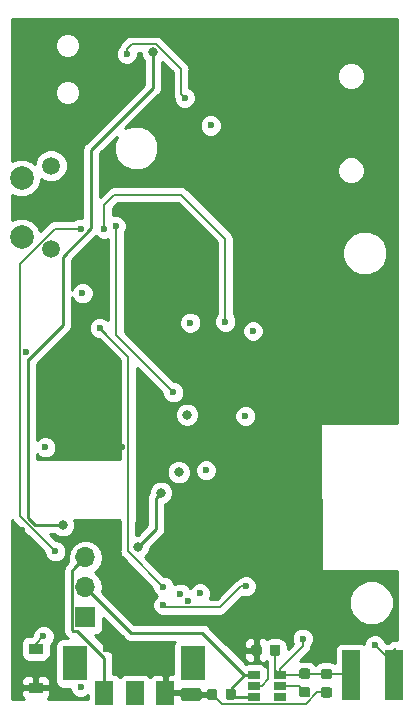
<source format=gbr>
G04 #@! TF.GenerationSoftware,KiCad,Pcbnew,(5.0.1)-rc2*
G04 #@! TF.CreationDate,2019-10-07T13:01:37-07:00*
G04 #@! TF.ProjectId,GPSLogger,4750534C6F676765722E6B696361645F,rev?*
G04 #@! TF.SameCoordinates,Original*
G04 #@! TF.FileFunction,Copper,L4,Bot,Signal*
G04 #@! TF.FilePolarity,Positive*
%FSLAX46Y46*%
G04 Gerber Fmt 4.6, Leading zero omitted, Abs format (unit mm)*
G04 Created by KiCad (PCBNEW (5.0.1)-rc2) date 10/7/2019 1:01:37 PM*
%MOMM*%
%LPD*%
G01*
G04 APERTURE LIST*
G04 #@! TA.AperFunction,ComponentPad*
%ADD10C,2.000000*%
G04 #@! TD*
G04 #@! TA.AperFunction,WasherPad*
%ADD11C,1.500000*%
G04 #@! TD*
G04 #@! TA.AperFunction,SMDPad,CuDef*
%ADD12R,1.500000X4.200000*%
G04 #@! TD*
G04 #@! TA.AperFunction,Conductor*
%ADD13C,0.100000*%
G04 #@! TD*
G04 #@! TA.AperFunction,SMDPad,CuDef*
%ADD14C,0.875000*%
G04 #@! TD*
G04 #@! TA.AperFunction,SMDPad,CuDef*
%ADD15R,2.000000X3.000000*%
G04 #@! TD*
G04 #@! TA.AperFunction,SMDPad,CuDef*
%ADD16R,1.500000X2.000000*%
G04 #@! TD*
G04 #@! TA.AperFunction,SMDPad,CuDef*
%ADD17R,1.200000X0.900000*%
G04 #@! TD*
G04 #@! TA.AperFunction,SMDPad,CuDef*
%ADD18R,1.060000X0.650000*%
G04 #@! TD*
G04 #@! TA.AperFunction,ComponentPad*
%ADD19R,1.700000X1.700000*%
G04 #@! TD*
G04 #@! TA.AperFunction,ComponentPad*
%ADD20O,1.700000X1.700000*%
G04 #@! TD*
G04 #@! TA.AperFunction,ViaPad*
%ADD21C,0.600000*%
G04 #@! TD*
G04 #@! TA.AperFunction,ViaPad*
%ADD22C,0.800000*%
G04 #@! TD*
G04 #@! TA.AperFunction,Conductor*
%ADD23C,0.152400*%
G04 #@! TD*
G04 #@! TA.AperFunction,Conductor*
%ADD24C,0.250000*%
G04 #@! TD*
G04 #@! TA.AperFunction,Conductor*
%ADD25C,0.254000*%
G04 #@! TD*
G04 APERTURE END LIST*
D10*
G04 #@! TO.P,J5,1*
G04 #@! TO.N,Fun_Btn_1_P23*
X132500000Y-77200000D03*
G04 #@! TO.P,J5,2*
G04 #@! TO.N,Vdd*
X132500000Y-82200000D03*
D11*
G04 #@! TO.P,J5,*
G04 #@! TO.N,*
X135000000Y-76160000D03*
X135000000Y-83240000D03*
G04 #@! TD*
D12*
G04 #@! TO.P,EINK_L1,1*
G04 #@! TO.N,Vdd*
X160400000Y-119300000D03*
G04 #@! TO.P,EINK_L1,2*
G04 #@! TO.N,Net-(C16-Pad2)*
X164000000Y-119300000D03*
G04 #@! TD*
D13*
G04 #@! TO.N,/BatteryManagement/Batt+*
G04 #@! TO.C,C7*
G36*
X150440191Y-120426053D02*
X150461426Y-120429203D01*
X150482250Y-120434419D01*
X150502462Y-120441651D01*
X150521868Y-120450830D01*
X150540281Y-120461866D01*
X150557524Y-120474654D01*
X150573430Y-120489070D01*
X150587846Y-120504976D01*
X150600634Y-120522219D01*
X150611670Y-120540632D01*
X150620849Y-120560038D01*
X150628081Y-120580250D01*
X150633297Y-120601074D01*
X150636447Y-120622309D01*
X150637500Y-120643750D01*
X150637500Y-121156250D01*
X150636447Y-121177691D01*
X150633297Y-121198926D01*
X150628081Y-121219750D01*
X150620849Y-121239962D01*
X150611670Y-121259368D01*
X150600634Y-121277781D01*
X150587846Y-121295024D01*
X150573430Y-121310930D01*
X150557524Y-121325346D01*
X150540281Y-121338134D01*
X150521868Y-121349170D01*
X150502462Y-121358349D01*
X150482250Y-121365581D01*
X150461426Y-121370797D01*
X150440191Y-121373947D01*
X150418750Y-121375000D01*
X149981250Y-121375000D01*
X149959809Y-121373947D01*
X149938574Y-121370797D01*
X149917750Y-121365581D01*
X149897538Y-121358349D01*
X149878132Y-121349170D01*
X149859719Y-121338134D01*
X149842476Y-121325346D01*
X149826570Y-121310930D01*
X149812154Y-121295024D01*
X149799366Y-121277781D01*
X149788330Y-121259368D01*
X149779151Y-121239962D01*
X149771919Y-121219750D01*
X149766703Y-121198926D01*
X149763553Y-121177691D01*
X149762500Y-121156250D01*
X149762500Y-120643750D01*
X149763553Y-120622309D01*
X149766703Y-120601074D01*
X149771919Y-120580250D01*
X149779151Y-120560038D01*
X149788330Y-120540632D01*
X149799366Y-120522219D01*
X149812154Y-120504976D01*
X149826570Y-120489070D01*
X149842476Y-120474654D01*
X149859719Y-120461866D01*
X149878132Y-120450830D01*
X149897538Y-120441651D01*
X149917750Y-120434419D01*
X149938574Y-120429203D01*
X149959809Y-120426053D01*
X149981250Y-120425000D01*
X150418750Y-120425000D01*
X150440191Y-120426053D01*
X150440191Y-120426053D01*
G37*
D14*
G04 #@! TD*
G04 #@! TO.P,C7,1*
G04 #@! TO.N,/BatteryManagement/Batt+*
X150200000Y-120900000D03*
D13*
G04 #@! TO.N,BattRtn*
G04 #@! TO.C,C7*
G36*
X148865191Y-120426053D02*
X148886426Y-120429203D01*
X148907250Y-120434419D01*
X148927462Y-120441651D01*
X148946868Y-120450830D01*
X148965281Y-120461866D01*
X148982524Y-120474654D01*
X148998430Y-120489070D01*
X149012846Y-120504976D01*
X149025634Y-120522219D01*
X149036670Y-120540632D01*
X149045849Y-120560038D01*
X149053081Y-120580250D01*
X149058297Y-120601074D01*
X149061447Y-120622309D01*
X149062500Y-120643750D01*
X149062500Y-121156250D01*
X149061447Y-121177691D01*
X149058297Y-121198926D01*
X149053081Y-121219750D01*
X149045849Y-121239962D01*
X149036670Y-121259368D01*
X149025634Y-121277781D01*
X149012846Y-121295024D01*
X148998430Y-121310930D01*
X148982524Y-121325346D01*
X148965281Y-121338134D01*
X148946868Y-121349170D01*
X148927462Y-121358349D01*
X148907250Y-121365581D01*
X148886426Y-121370797D01*
X148865191Y-121373947D01*
X148843750Y-121375000D01*
X148406250Y-121375000D01*
X148384809Y-121373947D01*
X148363574Y-121370797D01*
X148342750Y-121365581D01*
X148322538Y-121358349D01*
X148303132Y-121349170D01*
X148284719Y-121338134D01*
X148267476Y-121325346D01*
X148251570Y-121310930D01*
X148237154Y-121295024D01*
X148224366Y-121277781D01*
X148213330Y-121259368D01*
X148204151Y-121239962D01*
X148196919Y-121219750D01*
X148191703Y-121198926D01*
X148188553Y-121177691D01*
X148187500Y-121156250D01*
X148187500Y-120643750D01*
X148188553Y-120622309D01*
X148191703Y-120601074D01*
X148196919Y-120580250D01*
X148204151Y-120560038D01*
X148213330Y-120540632D01*
X148224366Y-120522219D01*
X148237154Y-120504976D01*
X148251570Y-120489070D01*
X148267476Y-120474654D01*
X148284719Y-120461866D01*
X148303132Y-120450830D01*
X148322538Y-120441651D01*
X148342750Y-120434419D01*
X148363574Y-120429203D01*
X148384809Y-120426053D01*
X148406250Y-120425000D01*
X148843750Y-120425000D01*
X148865191Y-120426053D01*
X148865191Y-120426053D01*
G37*
D14*
G04 #@! TD*
G04 #@! TO.P,C7,2*
G04 #@! TO.N,BattRtn*
X148625000Y-120900000D03*
D15*
G04 #@! TO.P,J7,~*
G04 #@! TO.N,N/C*
X147000000Y-118300000D03*
X137000000Y-118300000D03*
D16*
G04 #@! TO.P,J7,3*
G04 #@! TO.N,/BatteryManagement/BattInt*
X139500000Y-120800000D03*
G04 #@! TO.P,J7,2*
G04 #@! TO.N,Net-(J7-Pad2)*
X142085000Y-120800000D03*
G04 #@! TO.P,J7,1*
G04 #@! TO.N,BattRtn*
X144670000Y-120800000D03*
G04 #@! TD*
D17*
G04 #@! TO.P,D3,2*
G04 #@! TO.N,Net-(C16-Pad1)*
X133700000Y-117050000D03*
G04 #@! TO.P,D3,1*
G04 #@! TO.N,BattRtn*
X133700000Y-120350000D03*
G04 #@! TD*
D18*
G04 #@! TO.P,U6,5*
G04 #@! TO.N,Net-(L7-Pad1)*
X154346000Y-120218000D03*
G04 #@! TO.P,U6,6*
G04 #@! TO.N,N/C*
X154346000Y-121168000D03*
G04 #@! TO.P,U6,4*
G04 #@! TO.N,Vdd*
X154346000Y-119268000D03*
G04 #@! TO.P,U6,3*
G04 #@! TO.N,/BatteryManagement/Batt+*
X152146000Y-119268000D03*
G04 #@! TO.P,U6,2*
G04 #@! TO.N,BattRtn*
X152146000Y-120218000D03*
G04 #@! TO.P,U6,1*
G04 #@! TO.N,/BatteryManagement/Batt+*
X152146000Y-121168000D03*
G04 #@! TD*
D13*
G04 #@! TO.N,BattRtn*
G04 #@! TO.C,C14*
G36*
X158577691Y-120315053D02*
X158598926Y-120318203D01*
X158619750Y-120323419D01*
X158639962Y-120330651D01*
X158659368Y-120339830D01*
X158677781Y-120350866D01*
X158695024Y-120363654D01*
X158710930Y-120378070D01*
X158725346Y-120393976D01*
X158738134Y-120411219D01*
X158749170Y-120429632D01*
X158758349Y-120449038D01*
X158765581Y-120469250D01*
X158770797Y-120490074D01*
X158773947Y-120511309D01*
X158775000Y-120532750D01*
X158775000Y-120970250D01*
X158773947Y-120991691D01*
X158770797Y-121012926D01*
X158765581Y-121033750D01*
X158758349Y-121053962D01*
X158749170Y-121073368D01*
X158738134Y-121091781D01*
X158725346Y-121109024D01*
X158710930Y-121124930D01*
X158695024Y-121139346D01*
X158677781Y-121152134D01*
X158659368Y-121163170D01*
X158639962Y-121172349D01*
X158619750Y-121179581D01*
X158598926Y-121184797D01*
X158577691Y-121187947D01*
X158556250Y-121189000D01*
X158043750Y-121189000D01*
X158022309Y-121187947D01*
X158001074Y-121184797D01*
X157980250Y-121179581D01*
X157960038Y-121172349D01*
X157940632Y-121163170D01*
X157922219Y-121152134D01*
X157904976Y-121139346D01*
X157889070Y-121124930D01*
X157874654Y-121109024D01*
X157861866Y-121091781D01*
X157850830Y-121073368D01*
X157841651Y-121053962D01*
X157834419Y-121033750D01*
X157829203Y-121012926D01*
X157826053Y-120991691D01*
X157825000Y-120970250D01*
X157825000Y-120532750D01*
X157826053Y-120511309D01*
X157829203Y-120490074D01*
X157834419Y-120469250D01*
X157841651Y-120449038D01*
X157850830Y-120429632D01*
X157861866Y-120411219D01*
X157874654Y-120393976D01*
X157889070Y-120378070D01*
X157904976Y-120363654D01*
X157922219Y-120350866D01*
X157940632Y-120339830D01*
X157960038Y-120330651D01*
X157980250Y-120323419D01*
X158001074Y-120318203D01*
X158022309Y-120315053D01*
X158043750Y-120314000D01*
X158556250Y-120314000D01*
X158577691Y-120315053D01*
X158577691Y-120315053D01*
G37*
D14*
G04 #@! TD*
G04 #@! TO.P,C14,2*
G04 #@! TO.N,BattRtn*
X158300000Y-120751500D03*
D13*
G04 #@! TO.N,Vdd*
G04 #@! TO.C,C14*
G36*
X158577691Y-118740053D02*
X158598926Y-118743203D01*
X158619750Y-118748419D01*
X158639962Y-118755651D01*
X158659368Y-118764830D01*
X158677781Y-118775866D01*
X158695024Y-118788654D01*
X158710930Y-118803070D01*
X158725346Y-118818976D01*
X158738134Y-118836219D01*
X158749170Y-118854632D01*
X158758349Y-118874038D01*
X158765581Y-118894250D01*
X158770797Y-118915074D01*
X158773947Y-118936309D01*
X158775000Y-118957750D01*
X158775000Y-119395250D01*
X158773947Y-119416691D01*
X158770797Y-119437926D01*
X158765581Y-119458750D01*
X158758349Y-119478962D01*
X158749170Y-119498368D01*
X158738134Y-119516781D01*
X158725346Y-119534024D01*
X158710930Y-119549930D01*
X158695024Y-119564346D01*
X158677781Y-119577134D01*
X158659368Y-119588170D01*
X158639962Y-119597349D01*
X158619750Y-119604581D01*
X158598926Y-119609797D01*
X158577691Y-119612947D01*
X158556250Y-119614000D01*
X158043750Y-119614000D01*
X158022309Y-119612947D01*
X158001074Y-119609797D01*
X157980250Y-119604581D01*
X157960038Y-119597349D01*
X157940632Y-119588170D01*
X157922219Y-119577134D01*
X157904976Y-119564346D01*
X157889070Y-119549930D01*
X157874654Y-119534024D01*
X157861866Y-119516781D01*
X157850830Y-119498368D01*
X157841651Y-119478962D01*
X157834419Y-119458750D01*
X157829203Y-119437926D01*
X157826053Y-119416691D01*
X157825000Y-119395250D01*
X157825000Y-118957750D01*
X157826053Y-118936309D01*
X157829203Y-118915074D01*
X157834419Y-118894250D01*
X157841651Y-118874038D01*
X157850830Y-118854632D01*
X157861866Y-118836219D01*
X157874654Y-118818976D01*
X157889070Y-118803070D01*
X157904976Y-118788654D01*
X157922219Y-118775866D01*
X157940632Y-118764830D01*
X157960038Y-118755651D01*
X157980250Y-118748419D01*
X158001074Y-118743203D01*
X158022309Y-118740053D01*
X158043750Y-118739000D01*
X158556250Y-118739000D01*
X158577691Y-118740053D01*
X158577691Y-118740053D01*
G37*
D14*
G04 #@! TD*
G04 #@! TO.P,C14,1*
G04 #@! TO.N,Vdd*
X158300000Y-119176500D03*
D13*
G04 #@! TO.N,Vdd*
G04 #@! TO.C,C15*
G36*
X154189691Y-116696053D02*
X154210926Y-116699203D01*
X154231750Y-116704419D01*
X154251962Y-116711651D01*
X154271368Y-116720830D01*
X154289781Y-116731866D01*
X154307024Y-116744654D01*
X154322930Y-116759070D01*
X154337346Y-116774976D01*
X154350134Y-116792219D01*
X154361170Y-116810632D01*
X154370349Y-116830038D01*
X154377581Y-116850250D01*
X154382797Y-116871074D01*
X154385947Y-116892309D01*
X154387000Y-116913750D01*
X154387000Y-117426250D01*
X154385947Y-117447691D01*
X154382797Y-117468926D01*
X154377581Y-117489750D01*
X154370349Y-117509962D01*
X154361170Y-117529368D01*
X154350134Y-117547781D01*
X154337346Y-117565024D01*
X154322930Y-117580930D01*
X154307024Y-117595346D01*
X154289781Y-117608134D01*
X154271368Y-117619170D01*
X154251962Y-117628349D01*
X154231750Y-117635581D01*
X154210926Y-117640797D01*
X154189691Y-117643947D01*
X154168250Y-117645000D01*
X153730750Y-117645000D01*
X153709309Y-117643947D01*
X153688074Y-117640797D01*
X153667250Y-117635581D01*
X153647038Y-117628349D01*
X153627632Y-117619170D01*
X153609219Y-117608134D01*
X153591976Y-117595346D01*
X153576070Y-117580930D01*
X153561654Y-117565024D01*
X153548866Y-117547781D01*
X153537830Y-117529368D01*
X153528651Y-117509962D01*
X153521419Y-117489750D01*
X153516203Y-117468926D01*
X153513053Y-117447691D01*
X153512000Y-117426250D01*
X153512000Y-116913750D01*
X153513053Y-116892309D01*
X153516203Y-116871074D01*
X153521419Y-116850250D01*
X153528651Y-116830038D01*
X153537830Y-116810632D01*
X153548866Y-116792219D01*
X153561654Y-116774976D01*
X153576070Y-116759070D01*
X153591976Y-116744654D01*
X153609219Y-116731866D01*
X153627632Y-116720830D01*
X153647038Y-116711651D01*
X153667250Y-116704419D01*
X153688074Y-116699203D01*
X153709309Y-116696053D01*
X153730750Y-116695000D01*
X154168250Y-116695000D01*
X154189691Y-116696053D01*
X154189691Y-116696053D01*
G37*
D14*
G04 #@! TD*
G04 #@! TO.P,C15,1*
G04 #@! TO.N,Vdd*
X153949500Y-117170000D03*
D13*
G04 #@! TO.N,BattRtn*
G04 #@! TO.C,C15*
G36*
X152614691Y-116696053D02*
X152635926Y-116699203D01*
X152656750Y-116704419D01*
X152676962Y-116711651D01*
X152696368Y-116720830D01*
X152714781Y-116731866D01*
X152732024Y-116744654D01*
X152747930Y-116759070D01*
X152762346Y-116774976D01*
X152775134Y-116792219D01*
X152786170Y-116810632D01*
X152795349Y-116830038D01*
X152802581Y-116850250D01*
X152807797Y-116871074D01*
X152810947Y-116892309D01*
X152812000Y-116913750D01*
X152812000Y-117426250D01*
X152810947Y-117447691D01*
X152807797Y-117468926D01*
X152802581Y-117489750D01*
X152795349Y-117509962D01*
X152786170Y-117529368D01*
X152775134Y-117547781D01*
X152762346Y-117565024D01*
X152747930Y-117580930D01*
X152732024Y-117595346D01*
X152714781Y-117608134D01*
X152696368Y-117619170D01*
X152676962Y-117628349D01*
X152656750Y-117635581D01*
X152635926Y-117640797D01*
X152614691Y-117643947D01*
X152593250Y-117645000D01*
X152155750Y-117645000D01*
X152134309Y-117643947D01*
X152113074Y-117640797D01*
X152092250Y-117635581D01*
X152072038Y-117628349D01*
X152052632Y-117619170D01*
X152034219Y-117608134D01*
X152016976Y-117595346D01*
X152001070Y-117580930D01*
X151986654Y-117565024D01*
X151973866Y-117547781D01*
X151962830Y-117529368D01*
X151953651Y-117509962D01*
X151946419Y-117489750D01*
X151941203Y-117468926D01*
X151938053Y-117447691D01*
X151937000Y-117426250D01*
X151937000Y-116913750D01*
X151938053Y-116892309D01*
X151941203Y-116871074D01*
X151946419Y-116850250D01*
X151953651Y-116830038D01*
X151962830Y-116810632D01*
X151973866Y-116792219D01*
X151986654Y-116774976D01*
X152001070Y-116759070D01*
X152016976Y-116744654D01*
X152034219Y-116731866D01*
X152052632Y-116720830D01*
X152072038Y-116711651D01*
X152092250Y-116704419D01*
X152113074Y-116699203D01*
X152134309Y-116696053D01*
X152155750Y-116695000D01*
X152593250Y-116695000D01*
X152614691Y-116696053D01*
X152614691Y-116696053D01*
G37*
D14*
G04 #@! TD*
G04 #@! TO.P,C15,2*
G04 #@! TO.N,BattRtn*
X152374500Y-117170000D03*
D13*
G04 #@! TO.N,Net-(L7-Pad1)*
G04 #@! TO.C,L7*
G36*
X156741691Y-120289553D02*
X156762926Y-120292703D01*
X156783750Y-120297919D01*
X156803962Y-120305151D01*
X156823368Y-120314330D01*
X156841781Y-120325366D01*
X156859024Y-120338154D01*
X156874930Y-120352570D01*
X156889346Y-120368476D01*
X156902134Y-120385719D01*
X156913170Y-120404132D01*
X156922349Y-120423538D01*
X156929581Y-120443750D01*
X156934797Y-120464574D01*
X156937947Y-120485809D01*
X156939000Y-120507250D01*
X156939000Y-120944750D01*
X156937947Y-120966191D01*
X156934797Y-120987426D01*
X156929581Y-121008250D01*
X156922349Y-121028462D01*
X156913170Y-121047868D01*
X156902134Y-121066281D01*
X156889346Y-121083524D01*
X156874930Y-121099430D01*
X156859024Y-121113846D01*
X156841781Y-121126634D01*
X156823368Y-121137670D01*
X156803962Y-121146849D01*
X156783750Y-121154081D01*
X156762926Y-121159297D01*
X156741691Y-121162447D01*
X156720250Y-121163500D01*
X156207750Y-121163500D01*
X156186309Y-121162447D01*
X156165074Y-121159297D01*
X156144250Y-121154081D01*
X156124038Y-121146849D01*
X156104632Y-121137670D01*
X156086219Y-121126634D01*
X156068976Y-121113846D01*
X156053070Y-121099430D01*
X156038654Y-121083524D01*
X156025866Y-121066281D01*
X156014830Y-121047868D01*
X156005651Y-121028462D01*
X155998419Y-121008250D01*
X155993203Y-120987426D01*
X155990053Y-120966191D01*
X155989000Y-120944750D01*
X155989000Y-120507250D01*
X155990053Y-120485809D01*
X155993203Y-120464574D01*
X155998419Y-120443750D01*
X156005651Y-120423538D01*
X156014830Y-120404132D01*
X156025866Y-120385719D01*
X156038654Y-120368476D01*
X156053070Y-120352570D01*
X156068976Y-120338154D01*
X156086219Y-120325366D01*
X156104632Y-120314330D01*
X156124038Y-120305151D01*
X156144250Y-120297919D01*
X156165074Y-120292703D01*
X156186309Y-120289553D01*
X156207750Y-120288500D01*
X156720250Y-120288500D01*
X156741691Y-120289553D01*
X156741691Y-120289553D01*
G37*
D14*
G04 #@! TD*
G04 #@! TO.P,L7,1*
G04 #@! TO.N,Net-(L7-Pad1)*
X156464000Y-120726000D03*
D13*
G04 #@! TO.N,Vdd*
G04 #@! TO.C,L7*
G36*
X156741691Y-118714553D02*
X156762926Y-118717703D01*
X156783750Y-118722919D01*
X156803962Y-118730151D01*
X156823368Y-118739330D01*
X156841781Y-118750366D01*
X156859024Y-118763154D01*
X156874930Y-118777570D01*
X156889346Y-118793476D01*
X156902134Y-118810719D01*
X156913170Y-118829132D01*
X156922349Y-118848538D01*
X156929581Y-118868750D01*
X156934797Y-118889574D01*
X156937947Y-118910809D01*
X156939000Y-118932250D01*
X156939000Y-119369750D01*
X156937947Y-119391191D01*
X156934797Y-119412426D01*
X156929581Y-119433250D01*
X156922349Y-119453462D01*
X156913170Y-119472868D01*
X156902134Y-119491281D01*
X156889346Y-119508524D01*
X156874930Y-119524430D01*
X156859024Y-119538846D01*
X156841781Y-119551634D01*
X156823368Y-119562670D01*
X156803962Y-119571849D01*
X156783750Y-119579081D01*
X156762926Y-119584297D01*
X156741691Y-119587447D01*
X156720250Y-119588500D01*
X156207750Y-119588500D01*
X156186309Y-119587447D01*
X156165074Y-119584297D01*
X156144250Y-119579081D01*
X156124038Y-119571849D01*
X156104632Y-119562670D01*
X156086219Y-119551634D01*
X156068976Y-119538846D01*
X156053070Y-119524430D01*
X156038654Y-119508524D01*
X156025866Y-119491281D01*
X156014830Y-119472868D01*
X156005651Y-119453462D01*
X155998419Y-119433250D01*
X155993203Y-119412426D01*
X155990053Y-119391191D01*
X155989000Y-119369750D01*
X155989000Y-118932250D01*
X155990053Y-118910809D01*
X155993203Y-118889574D01*
X155998419Y-118868750D01*
X156005651Y-118848538D01*
X156014830Y-118829132D01*
X156025866Y-118810719D01*
X156038654Y-118793476D01*
X156053070Y-118777570D01*
X156068976Y-118763154D01*
X156086219Y-118750366D01*
X156104632Y-118739330D01*
X156124038Y-118730151D01*
X156144250Y-118722919D01*
X156165074Y-118717703D01*
X156186309Y-118714553D01*
X156207750Y-118713500D01*
X156720250Y-118713500D01*
X156741691Y-118714553D01*
X156741691Y-118714553D01*
G37*
D14*
G04 #@! TD*
G04 #@! TO.P,L7,2*
G04 #@! TO.N,Vdd*
X156464000Y-119151000D03*
D19*
G04 #@! TO.P,SW1,1*
G04 #@! TO.N,Net-(SW1-Pad1)*
X137900000Y-114400000D03*
D20*
G04 #@! TO.P,SW1,2*
G04 #@! TO.N,/BatteryManagement/Batt+*
X137900000Y-111860000D03*
G04 #@! TO.P,SW1,3*
G04 #@! TO.N,/BatteryManagement/BattInt*
X137900000Y-109320000D03*
G04 #@! TD*
D21*
G04 #@! TO.N,BattRtn*
X145750000Y-103500000D03*
X147000000Y-101750000D03*
X149098000Y-93218000D03*
X147750000Y-91750000D03*
X150750000Y-91750000D03*
X147500000Y-95000000D03*
X150500000Y-95000000D03*
X150750000Y-93250000D03*
X147750000Y-93250000D03*
X149250000Y-91750000D03*
X149000000Y-95000000D03*
X148500000Y-75000000D03*
X147250000Y-66250000D03*
X139500000Y-69500000D03*
X144250000Y-84250000D03*
X141000000Y-100000000D03*
X140750000Y-98000000D03*
X158750000Y-91500000D03*
X154200000Y-95400000D03*
X159600000Y-95800000D03*
X146600000Y-113000000D03*
X145400000Y-106700000D03*
X150800000Y-116300000D03*
X139632765Y-117117235D03*
X145749999Y-98400000D03*
X135100000Y-95900000D03*
X152550000Y-104300000D03*
X152550000Y-100050000D03*
X132500000Y-107000000D03*
D22*
G04 #@! TO.N,BattPwr*
X144300000Y-103850000D03*
X142350000Y-108450000D03*
D21*
G04 #@! TO.N,Fun_Btn_1_P23*
X145350000Y-95350000D03*
X140500000Y-81250000D03*
G04 #@! TO.N,/BatteryManagement/NTC*
X141400000Y-66700000D03*
X146300000Y-70400000D03*
D22*
G04 #@! TO.N,Vdd*
X145804000Y-102108000D03*
X146500000Y-97250000D03*
D21*
X148500000Y-72750000D03*
X137500000Y-120252402D03*
X148115125Y-101943325D03*
X147600000Y-112350000D03*
X132850000Y-91950000D03*
X137650000Y-86950000D03*
X156300000Y-116200000D03*
X146766600Y-89450000D03*
X152100000Y-90150000D03*
X151450000Y-97350000D03*
X134500000Y-100000000D03*
G04 #@! TO.N,Net-(C16-Pad1)*
X134350000Y-116000000D03*
G04 #@! TO.N,LED1_P2*
X135350000Y-108800000D03*
X149750000Y-89350000D03*
X137500000Y-81500000D03*
X139500000Y-81500000D03*
G04 #@! TO.N,ALRT*
X139100000Y-89895400D03*
X144500000Y-111800000D03*
G04 #@! TO.N,Net-(C16-Pad2)*
X162400000Y-116750000D03*
G04 #@! TO.N,/EINK/VDD*
X145950000Y-112400000D03*
G04 #@! TO.N,/EINK/PREVGH*
X151487601Y-111762399D03*
X144500000Y-113350000D03*
D22*
G04 #@! TO.N,/BatteryManagement/Batt+*
X143600000Y-66500000D03*
X136000000Y-106600000D03*
G04 #@! TD*
D23*
G04 #@! TO.N,BattRtn*
X152374500Y-117745000D02*
X153400000Y-118770500D01*
X152374500Y-117170000D02*
X152374500Y-117745000D01*
X152828400Y-120218000D02*
X152146000Y-120218000D01*
X153400000Y-119646400D02*
X152828400Y-120218000D01*
X153400000Y-118770500D02*
X153400000Y-119646400D01*
X144770000Y-120900000D02*
X144670000Y-120800000D01*
X148625000Y-120900000D02*
X144770000Y-120900000D01*
X149086612Y-121361612D02*
X148625000Y-120900000D01*
X149446601Y-121721601D02*
X149086612Y-121361612D01*
X156576063Y-121721601D02*
X149446601Y-121721601D01*
X157546164Y-120751500D02*
X156576063Y-121721601D01*
X158300000Y-120751500D02*
X157546164Y-120751500D01*
X152374500Y-117170000D02*
X151670000Y-117170000D01*
X151670000Y-117170000D02*
X150800000Y-116300000D01*
D24*
G04 #@! TO.N,BattPwr*
X143900001Y-104249999D02*
X143900001Y-106899999D01*
X144300000Y-103850000D02*
X143900001Y-104249999D01*
X143900001Y-106899999D02*
X142350000Y-108450000D01*
D23*
G04 #@! TO.N,Fun_Btn_1_P23*
X145350000Y-95350000D02*
X140500000Y-90500000D01*
X140500000Y-90500000D02*
X140500000Y-81250000D01*
G04 #@! TO.N,/BatteryManagement/NTC*
X143901729Y-65871399D02*
X146000000Y-67969670D01*
X141804337Y-65871399D02*
X143901729Y-65871399D01*
X141400000Y-66700000D02*
X141400000Y-66275736D01*
X141400000Y-66275736D02*
X141804337Y-65871399D01*
X146000000Y-67969670D02*
X146000000Y-70100000D01*
X146000000Y-70100000D02*
X146300000Y-70400000D01*
G04 #@! TO.N,Vdd*
X156347000Y-119268000D02*
X156464000Y-119151000D01*
X154346000Y-119268000D02*
X156347000Y-119268000D01*
X153949500Y-118871500D02*
X154346000Y-119268000D01*
X153949500Y-117170000D02*
X153949500Y-118871500D01*
X160276500Y-119176500D02*
X160400000Y-119300000D01*
X158300000Y-119176500D02*
X160276500Y-119176500D01*
X156489500Y-119176500D02*
X156464000Y-119151000D01*
X158300000Y-119176500D02*
X156489500Y-119176500D01*
X156300000Y-116836600D02*
X156300000Y-116200000D01*
X154346000Y-119268000D02*
X154346000Y-118790600D01*
X154346000Y-118790600D02*
X156300000Y-116836600D01*
G04 #@! TO.N,Net-(C16-Pad1)*
X133700000Y-117050000D02*
X133700000Y-116650000D01*
X133700000Y-116650000D02*
X134350000Y-116000000D01*
G04 #@! TO.N,LED1_P2*
X140328601Y-78621399D02*
X146021399Y-78621399D01*
X146021399Y-78621399D02*
X149750000Y-82350000D01*
X149750000Y-82350000D02*
X149750000Y-89350000D01*
X132321399Y-84470271D02*
X135291670Y-81500000D01*
X132321399Y-105821479D02*
X132321399Y-84470271D01*
X133453529Y-106953609D02*
X132321399Y-105821479D01*
X135350000Y-108800000D02*
X133503609Y-106953609D01*
X133503609Y-106953609D02*
X133453529Y-106953609D01*
X135291670Y-81500000D02*
X137500000Y-81500000D01*
X139500000Y-79450000D02*
X140328601Y-78621399D01*
X139500000Y-81500000D02*
X139500000Y-79450000D01*
G04 #@! TO.N,ALRT*
X139100000Y-89895400D02*
X139646390Y-90441790D01*
X139399999Y-90195399D02*
X139100000Y-89895400D01*
X141540707Y-92336107D02*
X139399999Y-90195399D01*
X141540707Y-106094694D02*
X141540707Y-92336107D01*
X141500000Y-106135401D02*
X141540707Y-106094694D01*
X141500000Y-108800000D02*
X141500000Y-106135401D01*
X144500000Y-111800000D02*
X141500000Y-108800000D01*
G04 #@! TO.N,Net-(C16-Pad2)*
X164128000Y-118364000D02*
X164128000Y-117014000D01*
X164000000Y-119300000D02*
X164000000Y-117047600D01*
X164000000Y-118350000D02*
X164000000Y-119300000D01*
X162400000Y-116750000D02*
X164000000Y-118350000D01*
G04 #@! TO.N,/EINK/PREVGH*
X149297135Y-113528601D02*
X144728601Y-113528601D01*
X151487601Y-111762399D02*
X151063337Y-111762399D01*
X151063337Y-111762399D02*
X149297135Y-113528601D01*
X144728601Y-113528601D02*
X144550000Y-113350000D01*
X144550000Y-113350000D02*
X144500000Y-113350000D01*
G04 #@! TO.N,Net-(L7-Pad1)*
X155956000Y-120218000D02*
X154346000Y-120218000D01*
X156464000Y-120726000D02*
X155956000Y-120218000D01*
D24*
G04 #@! TO.N,/BatteryManagement/BattInt*
X137050001Y-110169999D02*
X137900000Y-109320000D01*
X136772599Y-110447401D02*
X137050001Y-110169999D01*
X136772599Y-115471921D02*
X136772599Y-110447401D01*
X136828079Y-115527401D02*
X136772599Y-115471921D01*
X137226363Y-115527401D02*
X136828079Y-115527401D01*
X139500000Y-117801038D02*
X137226363Y-115527401D01*
X139500000Y-120800000D02*
X139500000Y-117801038D01*
G04 #@! TO.N,/BatteryManagement/Batt+*
X150468000Y-121168000D02*
X150200000Y-120900000D01*
X152146000Y-121168000D02*
X150468000Y-121168000D01*
X150200000Y-120434000D02*
X150200000Y-120900000D01*
X151366000Y-119268000D02*
X150200000Y-120434000D01*
X137900000Y-111860000D02*
X141740000Y-115700000D01*
X151366000Y-119268000D02*
X152146000Y-119268000D01*
X147798000Y-115700000D02*
X151366000Y-119268000D01*
X141740000Y-115700000D02*
X147798000Y-115700000D01*
X138396390Y-74803610D02*
X143600000Y-69600000D01*
X143600000Y-69600000D02*
X143600000Y-66500000D01*
X138396390Y-81463868D02*
X138396390Y-74803610D01*
X136000000Y-83860258D02*
X138396390Y-81463868D01*
X136000000Y-106600000D02*
X133600000Y-106600000D01*
X133600000Y-106600000D02*
X133000000Y-106000000D01*
X136000000Y-89654554D02*
X136000000Y-83860258D01*
X133127153Y-92527401D02*
X136000000Y-89654554D01*
X133000000Y-92527401D02*
X133127153Y-92527401D01*
X133000000Y-106000000D02*
X133000000Y-92527401D01*
G04 #@! TD*
D25*
G04 #@! TO.N,BattRtn*
G36*
X141149670Y-116184472D02*
X141192071Y-116247929D01*
X141443463Y-116415904D01*
X141665148Y-116460000D01*
X141665152Y-116460000D01*
X141739999Y-116474888D01*
X141814846Y-116460000D01*
X145463473Y-116460000D01*
X145401843Y-116552235D01*
X145352560Y-116800000D01*
X145352560Y-119165000D01*
X144955750Y-119165000D01*
X144797000Y-119323750D01*
X144797000Y-120673000D01*
X145896250Y-120673000D01*
X146055000Y-120514250D01*
X146055000Y-120447440D01*
X147552500Y-120447440D01*
X147552500Y-120614250D01*
X147711250Y-120773000D01*
X148498000Y-120773000D01*
X148498000Y-120753000D01*
X148752000Y-120753000D01*
X148752000Y-120773000D01*
X148772000Y-120773000D01*
X148772000Y-121027000D01*
X148752000Y-121027000D01*
X148752000Y-121047000D01*
X148498000Y-121047000D01*
X148498000Y-121027000D01*
X147711250Y-121027000D01*
X147552500Y-121185750D01*
X147552500Y-121290000D01*
X146055000Y-121290000D01*
X146055000Y-121085750D01*
X145896250Y-120927000D01*
X144797000Y-120927000D01*
X144797000Y-120947000D01*
X144543000Y-120947000D01*
X144543000Y-120927000D01*
X144523000Y-120927000D01*
X144523000Y-120673000D01*
X144543000Y-120673000D01*
X144543000Y-119323750D01*
X144384250Y-119165000D01*
X143793691Y-119165000D01*
X143560302Y-119261673D01*
X143381673Y-119440301D01*
X143372753Y-119461835D01*
X143292809Y-119342191D01*
X143082765Y-119201843D01*
X142835000Y-119152560D01*
X141335000Y-119152560D01*
X141087235Y-119201843D01*
X140877191Y-119342191D01*
X140792500Y-119468939D01*
X140707809Y-119342191D01*
X140497765Y-119201843D01*
X140260000Y-119154549D01*
X140260000Y-117875884D01*
X140274888Y-117801037D01*
X140260000Y-117726190D01*
X140260000Y-117726186D01*
X140215904Y-117504501D01*
X140047929Y-117253109D01*
X139984473Y-117210709D01*
X138671203Y-115897440D01*
X138750000Y-115897440D01*
X138997765Y-115848157D01*
X139207809Y-115707809D01*
X139348157Y-115497765D01*
X139397440Y-115250000D01*
X139397440Y-114432242D01*
X141149670Y-116184472D01*
X141149670Y-116184472D01*
G37*
X141149670Y-116184472D02*
X141192071Y-116247929D01*
X141443463Y-116415904D01*
X141665148Y-116460000D01*
X141665152Y-116460000D01*
X141739999Y-116474888D01*
X141814846Y-116460000D01*
X145463473Y-116460000D01*
X145401843Y-116552235D01*
X145352560Y-116800000D01*
X145352560Y-119165000D01*
X144955750Y-119165000D01*
X144797000Y-119323750D01*
X144797000Y-120673000D01*
X145896250Y-120673000D01*
X146055000Y-120514250D01*
X146055000Y-120447440D01*
X147552500Y-120447440D01*
X147552500Y-120614250D01*
X147711250Y-120773000D01*
X148498000Y-120773000D01*
X148498000Y-120753000D01*
X148752000Y-120753000D01*
X148752000Y-120773000D01*
X148772000Y-120773000D01*
X148772000Y-121027000D01*
X148752000Y-121027000D01*
X148752000Y-121047000D01*
X148498000Y-121047000D01*
X148498000Y-121027000D01*
X147711250Y-121027000D01*
X147552500Y-121185750D01*
X147552500Y-121290000D01*
X146055000Y-121290000D01*
X146055000Y-121085750D01*
X145896250Y-120927000D01*
X144797000Y-120927000D01*
X144797000Y-120947000D01*
X144543000Y-120947000D01*
X144543000Y-120927000D01*
X144523000Y-120927000D01*
X144523000Y-120673000D01*
X144543000Y-120673000D01*
X144543000Y-119323750D01*
X144384250Y-119165000D01*
X143793691Y-119165000D01*
X143560302Y-119261673D01*
X143381673Y-119440301D01*
X143372753Y-119461835D01*
X143292809Y-119342191D01*
X143082765Y-119201843D01*
X142835000Y-119152560D01*
X141335000Y-119152560D01*
X141087235Y-119201843D01*
X140877191Y-119342191D01*
X140792500Y-119468939D01*
X140707809Y-119342191D01*
X140497765Y-119201843D01*
X140260000Y-119154549D01*
X140260000Y-117875884D01*
X140274888Y-117801037D01*
X140260000Y-117726190D01*
X140260000Y-117726186D01*
X140215904Y-117504501D01*
X140047929Y-117253109D01*
X139984473Y-117210709D01*
X138671203Y-115897440D01*
X138750000Y-115897440D01*
X138997765Y-115848157D01*
X139207809Y-115707809D01*
X139348157Y-115497765D01*
X139397440Y-115250000D01*
X139397440Y-114432242D01*
X141149670Y-116184472D01*
G36*
X164290001Y-97951060D02*
X157900000Y-97951060D01*
X157850447Y-97961126D01*
X157809470Y-97988990D01*
X157782276Y-98030415D01*
X157773004Y-98079092D01*
X157873004Y-110379092D01*
X157882667Y-110426661D01*
X157910197Y-110467863D01*
X157951399Y-110495393D01*
X158000000Y-110505060D01*
X164290001Y-110505060D01*
X164290001Y-116321091D01*
X164128000Y-116288867D01*
X163850505Y-116344064D01*
X163833160Y-116355653D01*
X163722505Y-116377664D01*
X163487255Y-116534854D01*
X163475424Y-116552560D01*
X163330254Y-116552560D01*
X163192655Y-116220365D01*
X162929635Y-115957345D01*
X162585983Y-115815000D01*
X162214017Y-115815000D01*
X161870365Y-115957345D01*
X161607345Y-116220365D01*
X161465000Y-116564017D01*
X161465000Y-116646768D01*
X161397765Y-116601843D01*
X161150000Y-116552560D01*
X159650000Y-116552560D01*
X159402235Y-116601843D01*
X159192191Y-116742191D01*
X159051843Y-116952235D01*
X159002560Y-117200000D01*
X159002560Y-118234224D01*
X158887727Y-118157495D01*
X158556250Y-118091560D01*
X158043750Y-118091560D01*
X157712273Y-118157495D01*
X157431261Y-118345261D01*
X157390519Y-118406235D01*
X157332739Y-118319761D01*
X157051727Y-118131995D01*
X156720250Y-118066060D01*
X156207750Y-118066060D01*
X156043696Y-118098692D01*
X156753369Y-117389020D01*
X156812745Y-117349346D01*
X156852420Y-117289969D01*
X156852424Y-117289965D01*
X156969935Y-117114098D01*
X156969935Y-117114097D01*
X156969936Y-117114096D01*
X157011200Y-116906646D01*
X157011200Y-116906643D01*
X157025132Y-116836601D01*
X157018588Y-116803702D01*
X157092655Y-116729635D01*
X157235000Y-116385983D01*
X157235000Y-116014017D01*
X157092655Y-115670365D01*
X156829635Y-115407345D01*
X156485983Y-115265000D01*
X156114017Y-115265000D01*
X155770365Y-115407345D01*
X155507345Y-115670365D01*
X155365000Y-116014017D01*
X155365000Y-116385983D01*
X155476249Y-116654562D01*
X155034440Y-117096371D01*
X155034440Y-116913750D01*
X154968505Y-116582273D01*
X154780739Y-116301261D01*
X154499727Y-116113495D01*
X154168250Y-116047560D01*
X153730750Y-116047560D01*
X153399273Y-116113495D01*
X153236969Y-116221943D01*
X153171698Y-116156673D01*
X152938309Y-116060000D01*
X152660250Y-116060000D01*
X152501500Y-116218750D01*
X152501500Y-117043000D01*
X152521500Y-117043000D01*
X152521500Y-117297000D01*
X152501500Y-117297000D01*
X152501500Y-118121250D01*
X152660250Y-118280000D01*
X152938309Y-118280000D01*
X153171698Y-118183327D01*
X153236969Y-118118057D01*
X153238301Y-118118947D01*
X153238301Y-118641573D01*
X153133809Y-118485191D01*
X152923765Y-118344843D01*
X152676000Y-118295560D01*
X151616000Y-118295560D01*
X151492856Y-118320055D01*
X150628551Y-117455750D01*
X151302000Y-117455750D01*
X151302000Y-117771310D01*
X151398673Y-118004699D01*
X151577302Y-118183327D01*
X151810691Y-118280000D01*
X152088750Y-118280000D01*
X152247500Y-118121250D01*
X152247500Y-117297000D01*
X151460750Y-117297000D01*
X151302000Y-117455750D01*
X150628551Y-117455750D01*
X149741491Y-116568690D01*
X151302000Y-116568690D01*
X151302000Y-116884250D01*
X151460750Y-117043000D01*
X152247500Y-117043000D01*
X152247500Y-116218750D01*
X152088750Y-116060000D01*
X151810691Y-116060000D01*
X151577302Y-116156673D01*
X151398673Y-116335301D01*
X151302000Y-116568690D01*
X149741491Y-116568690D01*
X148388331Y-115215530D01*
X148345929Y-115152071D01*
X148094537Y-114984096D01*
X147872852Y-114940000D01*
X147872847Y-114940000D01*
X147798000Y-114925112D01*
X147723153Y-114940000D01*
X142054802Y-114940000D01*
X139341209Y-112226408D01*
X139414092Y-111860000D01*
X139298839Y-111280582D01*
X138970625Y-110789375D01*
X138672239Y-110590000D01*
X138970625Y-110390625D01*
X139298839Y-109899418D01*
X139414092Y-109320000D01*
X139298839Y-108740582D01*
X138970625Y-108249375D01*
X138479418Y-107921161D01*
X138046256Y-107835000D01*
X137753744Y-107835000D01*
X137320582Y-107921161D01*
X136829375Y-108249375D01*
X136501161Y-108740582D01*
X136385908Y-109320000D01*
X136458791Y-109686408D01*
X136288127Y-109857072D01*
X136224671Y-109899472D01*
X136182271Y-109962928D01*
X136182270Y-109962929D01*
X136056696Y-110150864D01*
X135997711Y-110447401D01*
X136012600Y-110522253D01*
X136012599Y-115397074D01*
X135997711Y-115471921D01*
X136012599Y-115546768D01*
X136012599Y-115546772D01*
X136056695Y-115768457D01*
X136224670Y-116019850D01*
X136257928Y-116042072D01*
X136280150Y-116075330D01*
X136395733Y-116152560D01*
X136000000Y-116152560D01*
X135752235Y-116201843D01*
X135542191Y-116342191D01*
X135401843Y-116552235D01*
X135352560Y-116800000D01*
X135352560Y-119800000D01*
X135401843Y-120047765D01*
X135542191Y-120257809D01*
X135752235Y-120398157D01*
X136000000Y-120447440D01*
X136568751Y-120447440D01*
X136707345Y-120782037D01*
X136970365Y-121045057D01*
X137314017Y-121187402D01*
X137685983Y-121187402D01*
X138029635Y-121045057D01*
X138102560Y-120972132D01*
X138102560Y-121290000D01*
X134708026Y-121290000D01*
X134838327Y-121159698D01*
X134935000Y-120926309D01*
X134935000Y-120635750D01*
X134776250Y-120477000D01*
X133827000Y-120477000D01*
X133827000Y-120497000D01*
X133573000Y-120497000D01*
X133573000Y-120477000D01*
X132623750Y-120477000D01*
X132465000Y-120635750D01*
X132465000Y-120926309D01*
X132561673Y-121159698D01*
X132691974Y-121290000D01*
X131710000Y-121290000D01*
X131710000Y-119773691D01*
X132465000Y-119773691D01*
X132465000Y-120064250D01*
X132623750Y-120223000D01*
X133573000Y-120223000D01*
X133573000Y-119423750D01*
X133827000Y-119423750D01*
X133827000Y-120223000D01*
X134776250Y-120223000D01*
X134935000Y-120064250D01*
X134935000Y-119773691D01*
X134838327Y-119540302D01*
X134659699Y-119361673D01*
X134426310Y-119265000D01*
X133985750Y-119265000D01*
X133827000Y-119423750D01*
X133573000Y-119423750D01*
X133414250Y-119265000D01*
X132973690Y-119265000D01*
X132740301Y-119361673D01*
X132561673Y-119540302D01*
X132465000Y-119773691D01*
X131710000Y-119773691D01*
X131710000Y-116600000D01*
X132452560Y-116600000D01*
X132452560Y-117500000D01*
X132501843Y-117747765D01*
X132642191Y-117957809D01*
X132852235Y-118098157D01*
X133100000Y-118147440D01*
X134300000Y-118147440D01*
X134547765Y-118098157D01*
X134757809Y-117957809D01*
X134898157Y-117747765D01*
X134947440Y-117500000D01*
X134947440Y-116724850D01*
X135142655Y-116529635D01*
X135285000Y-116185983D01*
X135285000Y-115814017D01*
X135142655Y-115470365D01*
X134879635Y-115207345D01*
X134535983Y-115065000D01*
X134164017Y-115065000D01*
X133820365Y-115207345D01*
X133557345Y-115470365D01*
X133415000Y-115814017D01*
X133415000Y-115929212D01*
X133391652Y-115952560D01*
X133100000Y-115952560D01*
X132852235Y-116001843D01*
X132642191Y-116142191D01*
X132501843Y-116352235D01*
X132452560Y-116600000D01*
X131710000Y-116600000D01*
X131710000Y-106186580D01*
X131768975Y-106274843D01*
X131768977Y-106274845D01*
X131808653Y-106334224D01*
X131868033Y-106373901D01*
X132901107Y-107406976D01*
X132940783Y-107466355D01*
X133000162Y-107506031D01*
X133000164Y-107506033D01*
X133099742Y-107572569D01*
X133151091Y-107606879D01*
X134415000Y-108870789D01*
X134415000Y-108985983D01*
X134557345Y-109329635D01*
X134820365Y-109592655D01*
X135164017Y-109735000D01*
X135535983Y-109735000D01*
X135879635Y-109592655D01*
X136142655Y-109329635D01*
X136285000Y-108985983D01*
X136285000Y-108614017D01*
X136142655Y-108270365D01*
X135879635Y-108007345D01*
X135535983Y-107865000D01*
X135420789Y-107865000D01*
X134915788Y-107360000D01*
X135296289Y-107360000D01*
X135413720Y-107477431D01*
X135794126Y-107635000D01*
X136205874Y-107635000D01*
X136586280Y-107477431D01*
X136877431Y-107186280D01*
X137035000Y-106805874D01*
X137035000Y-106394126D01*
X136924353Y-106127000D01*
X140776539Y-106127000D01*
X140774868Y-106135401D01*
X140788801Y-106205447D01*
X140788800Y-108729958D01*
X140774868Y-108800000D01*
X140788800Y-108870041D01*
X140788800Y-108870045D01*
X140830064Y-109077495D01*
X140830065Y-109077496D01*
X140947576Y-109253364D01*
X140947578Y-109253366D01*
X140987254Y-109312745D01*
X141046634Y-109352422D01*
X143565000Y-111870789D01*
X143565000Y-111985983D01*
X143707345Y-112329635D01*
X143952710Y-112575000D01*
X143707345Y-112820365D01*
X143565000Y-113164017D01*
X143565000Y-113535983D01*
X143707345Y-113879635D01*
X143970365Y-114142655D01*
X144314017Y-114285000D01*
X144685983Y-114285000D01*
X144791833Y-114241155D01*
X144798643Y-114239801D01*
X149227094Y-114239801D01*
X149297135Y-114253733D01*
X149367176Y-114239801D01*
X149367181Y-114239801D01*
X149574631Y-114198537D01*
X149809881Y-114041347D01*
X149849559Y-113981965D01*
X151056474Y-112775050D01*
X160215000Y-112775050D01*
X160215000Y-113524950D01*
X160501974Y-114217767D01*
X161032233Y-114748026D01*
X161725050Y-115035000D01*
X162474950Y-115035000D01*
X163167767Y-114748026D01*
X163698026Y-114217767D01*
X163985000Y-113524950D01*
X163985000Y-112775050D01*
X163698026Y-112082233D01*
X163167767Y-111551974D01*
X162474950Y-111265000D01*
X161725050Y-111265000D01*
X161032233Y-111551974D01*
X160501974Y-112082233D01*
X160215000Y-112775050D01*
X151056474Y-112775050D01*
X151183183Y-112648342D01*
X151301618Y-112697399D01*
X151673584Y-112697399D01*
X152017236Y-112555054D01*
X152280256Y-112292034D01*
X152422601Y-111948382D01*
X152422601Y-111576416D01*
X152280256Y-111232764D01*
X152017236Y-110969744D01*
X151673584Y-110827399D01*
X151301618Y-110827399D01*
X150957966Y-110969744D01*
X150847515Y-111080195D01*
X150785841Y-111092463D01*
X150785839Y-111092464D01*
X150785840Y-111092464D01*
X150609972Y-111209975D01*
X150609970Y-111209977D01*
X150550591Y-111249653D01*
X150510915Y-111309032D01*
X149002547Y-112817401D01*
X148418433Y-112817401D01*
X148535000Y-112535983D01*
X148535000Y-112164017D01*
X148392655Y-111820365D01*
X148129635Y-111557345D01*
X147785983Y-111415000D01*
X147414017Y-111415000D01*
X147070365Y-111557345D01*
X146807345Y-111820365D01*
X146764645Y-111923453D01*
X146742655Y-111870365D01*
X146479635Y-111607345D01*
X146135983Y-111465000D01*
X145764017Y-111465000D01*
X145430498Y-111603148D01*
X145292655Y-111270365D01*
X145029635Y-111007345D01*
X144685983Y-110865000D01*
X144570789Y-110865000D01*
X142984750Y-109278961D01*
X143227431Y-109036280D01*
X143385000Y-108655874D01*
X143385000Y-108489802D01*
X144384477Y-107490326D01*
X144447930Y-107447928D01*
X144490328Y-107384475D01*
X144490330Y-107384473D01*
X144615904Y-107196537D01*
X144615905Y-107196536D01*
X144660001Y-106974851D01*
X144660001Y-106974847D01*
X144674889Y-106900000D01*
X144660001Y-106825153D01*
X144660001Y-104821159D01*
X144886280Y-104727431D01*
X145177431Y-104436280D01*
X145335000Y-104055874D01*
X145335000Y-103644126D01*
X145177431Y-103263720D01*
X144886280Y-102972569D01*
X144505874Y-102815000D01*
X144094126Y-102815000D01*
X143713720Y-102972569D01*
X143422569Y-103263720D01*
X143265000Y-103644126D01*
X143265000Y-103832383D01*
X143184097Y-103953463D01*
X143140001Y-104175148D01*
X143140001Y-104175152D01*
X143125113Y-104249999D01*
X143140001Y-104324846D01*
X143140002Y-106585195D01*
X142310198Y-107415000D01*
X142211200Y-107415000D01*
X142211200Y-106369390D01*
X142251907Y-106164740D01*
X142251907Y-106164736D01*
X142265839Y-106094695D01*
X142251907Y-106024653D01*
X142251907Y-101902126D01*
X144769000Y-101902126D01*
X144769000Y-102313874D01*
X144926569Y-102694280D01*
X145217720Y-102985431D01*
X145598126Y-103143000D01*
X146009874Y-103143000D01*
X146390280Y-102985431D01*
X146681431Y-102694280D01*
X146839000Y-102313874D01*
X146839000Y-101902126D01*
X146779029Y-101757342D01*
X147180125Y-101757342D01*
X147180125Y-102129308D01*
X147322470Y-102472960D01*
X147585490Y-102735980D01*
X147929142Y-102878325D01*
X148301108Y-102878325D01*
X148644760Y-102735980D01*
X148907780Y-102472960D01*
X149050125Y-102129308D01*
X149050125Y-101757342D01*
X148907780Y-101413690D01*
X148644760Y-101150670D01*
X148301108Y-101008325D01*
X147929142Y-101008325D01*
X147585490Y-101150670D01*
X147322470Y-101413690D01*
X147180125Y-101757342D01*
X146779029Y-101757342D01*
X146681431Y-101521720D01*
X146390280Y-101230569D01*
X146009874Y-101073000D01*
X145598126Y-101073000D01*
X145217720Y-101230569D01*
X144926569Y-101521720D01*
X144769000Y-101902126D01*
X142251907Y-101902126D01*
X142251907Y-97044126D01*
X145465000Y-97044126D01*
X145465000Y-97455874D01*
X145622569Y-97836280D01*
X145913720Y-98127431D01*
X146294126Y-98285000D01*
X146705874Y-98285000D01*
X147086280Y-98127431D01*
X147377431Y-97836280D01*
X147535000Y-97455874D01*
X147535000Y-97164017D01*
X150515000Y-97164017D01*
X150515000Y-97535983D01*
X150657345Y-97879635D01*
X150920365Y-98142655D01*
X151264017Y-98285000D01*
X151635983Y-98285000D01*
X151979635Y-98142655D01*
X152242655Y-97879635D01*
X152385000Y-97535983D01*
X152385000Y-97164017D01*
X152242655Y-96820365D01*
X151979635Y-96557345D01*
X151635983Y-96415000D01*
X151264017Y-96415000D01*
X150920365Y-96557345D01*
X150657345Y-96820365D01*
X150515000Y-97164017D01*
X147535000Y-97164017D01*
X147535000Y-97044126D01*
X147377431Y-96663720D01*
X147086280Y-96372569D01*
X146705874Y-96215000D01*
X146294126Y-96215000D01*
X145913720Y-96372569D01*
X145622569Y-96663720D01*
X145465000Y-97044126D01*
X142251907Y-97044126D01*
X142251907Y-93257695D01*
X144415000Y-95420789D01*
X144415000Y-95535983D01*
X144557345Y-95879635D01*
X144820365Y-96142655D01*
X145164017Y-96285000D01*
X145535983Y-96285000D01*
X145879635Y-96142655D01*
X146142655Y-95879635D01*
X146285000Y-95535983D01*
X146285000Y-95164017D01*
X146142655Y-94820365D01*
X145879635Y-94557345D01*
X145535983Y-94415000D01*
X145420789Y-94415000D01*
X141211200Y-90205412D01*
X141211200Y-89264017D01*
X145831600Y-89264017D01*
X145831600Y-89635983D01*
X145973945Y-89979635D01*
X146236965Y-90242655D01*
X146580617Y-90385000D01*
X146952583Y-90385000D01*
X147296235Y-90242655D01*
X147559255Y-89979635D01*
X147701600Y-89635983D01*
X147701600Y-89264017D01*
X147559255Y-88920365D01*
X147296235Y-88657345D01*
X146952583Y-88515000D01*
X146580617Y-88515000D01*
X146236965Y-88657345D01*
X145973945Y-88920365D01*
X145831600Y-89264017D01*
X141211200Y-89264017D01*
X141211200Y-81861090D01*
X141292655Y-81779635D01*
X141435000Y-81435983D01*
X141435000Y-81064017D01*
X141292655Y-80720365D01*
X141029635Y-80457345D01*
X140685983Y-80315000D01*
X140314017Y-80315000D01*
X140211200Y-80357588D01*
X140211200Y-79744588D01*
X140623190Y-79332599D01*
X145726811Y-79332599D01*
X149038800Y-82644589D01*
X149038801Y-88738909D01*
X148957345Y-88820365D01*
X148815000Y-89164017D01*
X148815000Y-89535983D01*
X148957345Y-89879635D01*
X149220365Y-90142655D01*
X149564017Y-90285000D01*
X149935983Y-90285000D01*
X150279635Y-90142655D01*
X150458273Y-89964017D01*
X151165000Y-89964017D01*
X151165000Y-90335983D01*
X151307345Y-90679635D01*
X151570365Y-90942655D01*
X151914017Y-91085000D01*
X152285983Y-91085000D01*
X152629635Y-90942655D01*
X152892655Y-90679635D01*
X153035000Y-90335983D01*
X153035000Y-89964017D01*
X152892655Y-89620365D01*
X152629635Y-89357345D01*
X152285983Y-89215000D01*
X151914017Y-89215000D01*
X151570365Y-89357345D01*
X151307345Y-89620365D01*
X151165000Y-89964017D01*
X150458273Y-89964017D01*
X150542655Y-89879635D01*
X150685000Y-89535983D01*
X150685000Y-89164017D01*
X150542655Y-88820365D01*
X150461200Y-88738910D01*
X150461200Y-83175050D01*
X159665000Y-83175050D01*
X159665000Y-83924950D01*
X159951974Y-84617767D01*
X160482233Y-85148026D01*
X161175050Y-85435000D01*
X161924950Y-85435000D01*
X162617767Y-85148026D01*
X163148026Y-84617767D01*
X163435000Y-83924950D01*
X163435000Y-83175050D01*
X163148026Y-82482233D01*
X162617767Y-81951974D01*
X161924950Y-81665000D01*
X161175050Y-81665000D01*
X160482233Y-81951974D01*
X159951974Y-82482233D01*
X159665000Y-83175050D01*
X150461200Y-83175050D01*
X150461200Y-82420041D01*
X150475132Y-82349999D01*
X150461200Y-82279955D01*
X150461200Y-82279954D01*
X150419936Y-82072504D01*
X150415492Y-82065853D01*
X150302424Y-81896635D01*
X150302420Y-81896631D01*
X150262745Y-81837254D01*
X150203369Y-81797580D01*
X146573823Y-78168035D01*
X146534145Y-78108653D01*
X146298895Y-77951463D01*
X146091445Y-77910199D01*
X146091440Y-77910199D01*
X146021399Y-77896267D01*
X145951358Y-77910199D01*
X140398643Y-77910199D01*
X140328601Y-77896267D01*
X140258559Y-77910199D01*
X140258555Y-77910199D01*
X140051105Y-77951463D01*
X140051103Y-77951464D01*
X140051104Y-77951464D01*
X139875236Y-78068975D01*
X139875234Y-78068977D01*
X139815855Y-78108653D01*
X139776179Y-78168032D01*
X139156390Y-78787822D01*
X139156390Y-75118411D01*
X140537914Y-73736887D01*
X140315000Y-74275050D01*
X140315000Y-75024950D01*
X140601974Y-75717767D01*
X141132233Y-76248026D01*
X141825050Y-76535000D01*
X142574950Y-76535000D01*
X143088480Y-76322289D01*
X159191000Y-76322289D01*
X159191000Y-76793711D01*
X159371405Y-77229249D01*
X159704751Y-77562595D01*
X160140289Y-77743000D01*
X160611711Y-77743000D01*
X161047249Y-77562595D01*
X161380595Y-77229249D01*
X161561000Y-76793711D01*
X161561000Y-76322289D01*
X161380595Y-75886751D01*
X161047249Y-75553405D01*
X160611711Y-75373000D01*
X160140289Y-75373000D01*
X159704751Y-75553405D01*
X159371405Y-75886751D01*
X159191000Y-76322289D01*
X143088480Y-76322289D01*
X143267767Y-76248026D01*
X143798026Y-75717767D01*
X144085000Y-75024950D01*
X144085000Y-74275050D01*
X143798026Y-73582233D01*
X143267767Y-73051974D01*
X142574950Y-72765000D01*
X141825050Y-72765000D01*
X141286887Y-72987914D01*
X141710784Y-72564017D01*
X147565000Y-72564017D01*
X147565000Y-72935983D01*
X147707345Y-73279635D01*
X147970365Y-73542655D01*
X148314017Y-73685000D01*
X148685983Y-73685000D01*
X149029635Y-73542655D01*
X149292655Y-73279635D01*
X149435000Y-72935983D01*
X149435000Y-72564017D01*
X149292655Y-72220365D01*
X149029635Y-71957345D01*
X148685983Y-71815000D01*
X148314017Y-71815000D01*
X147970365Y-71957345D01*
X147707345Y-72220365D01*
X147565000Y-72564017D01*
X141710784Y-72564017D01*
X144084473Y-70190329D01*
X144147929Y-70147929D01*
X144282429Y-69946636D01*
X144315904Y-69896538D01*
X144342466Y-69763000D01*
X144360000Y-69674852D01*
X144360000Y-69674848D01*
X144374888Y-69600000D01*
X144360000Y-69525152D01*
X144360000Y-67335458D01*
X145288800Y-68264259D01*
X145288801Y-70029954D01*
X145274868Y-70100000D01*
X145330065Y-70377496D01*
X145365000Y-70429780D01*
X145365000Y-70585983D01*
X145507345Y-70929635D01*
X145770365Y-71192655D01*
X146114017Y-71335000D01*
X146485983Y-71335000D01*
X146829635Y-71192655D01*
X147092655Y-70929635D01*
X147235000Y-70585983D01*
X147235000Y-70214017D01*
X147092655Y-69870365D01*
X146829635Y-69607345D01*
X146711200Y-69558288D01*
X146711200Y-68342289D01*
X159191000Y-68342289D01*
X159191000Y-68813711D01*
X159371405Y-69249249D01*
X159704751Y-69582595D01*
X160140289Y-69763000D01*
X160611711Y-69763000D01*
X161047249Y-69582595D01*
X161380595Y-69249249D01*
X161561000Y-68813711D01*
X161561000Y-68342289D01*
X161380595Y-67906751D01*
X161047249Y-67573405D01*
X160611711Y-67393000D01*
X160140289Y-67393000D01*
X159704751Y-67573405D01*
X159371405Y-67906751D01*
X159191000Y-68342289D01*
X146711200Y-68342289D01*
X146711200Y-68039711D01*
X146725132Y-67969669D01*
X146711200Y-67899625D01*
X146711200Y-67899624D01*
X146669936Y-67692174D01*
X146669935Y-67692172D01*
X146552424Y-67516305D01*
X146552420Y-67516301D01*
X146512745Y-67456924D01*
X146453369Y-67417250D01*
X144454153Y-65418035D01*
X144414475Y-65358653D01*
X144179225Y-65201463D01*
X143971775Y-65160199D01*
X143971770Y-65160199D01*
X143901729Y-65146267D01*
X143831688Y-65160199D01*
X141874379Y-65160199D01*
X141804337Y-65146267D01*
X141734295Y-65160199D01*
X141734291Y-65160199D01*
X141526841Y-65201463D01*
X141291591Y-65358653D01*
X141251913Y-65418035D01*
X140946634Y-65723314D01*
X140887255Y-65762990D01*
X140847578Y-65822370D01*
X140847576Y-65822372D01*
X140798485Y-65895841D01*
X140730064Y-65998240D01*
X140717796Y-66059914D01*
X140607345Y-66170365D01*
X140465000Y-66514017D01*
X140465000Y-66885983D01*
X140607345Y-67229635D01*
X140870365Y-67492655D01*
X141214017Y-67635000D01*
X141585983Y-67635000D01*
X141929635Y-67492655D01*
X142192655Y-67229635D01*
X142335000Y-66885983D01*
X142335000Y-66582599D01*
X142565000Y-66582599D01*
X142565000Y-66705874D01*
X142722569Y-67086280D01*
X142840001Y-67203712D01*
X142840000Y-69285198D01*
X137911918Y-74213281D01*
X137848462Y-74255681D01*
X137806062Y-74319137D01*
X137806061Y-74319138D01*
X137680487Y-74507073D01*
X137621502Y-74803610D01*
X137636391Y-74878462D01*
X137636390Y-80565000D01*
X137314017Y-80565000D01*
X136970365Y-80707345D01*
X136888910Y-80788800D01*
X135361712Y-80788800D01*
X135291670Y-80774868D01*
X135221628Y-80788800D01*
X135221624Y-80788800D01*
X135014174Y-80830064D01*
X135014172Y-80830065D01*
X135014173Y-80830065D01*
X134838305Y-80947576D01*
X134838303Y-80947578D01*
X134778924Y-80987254D01*
X134739248Y-81046633D01*
X134069422Y-81716459D01*
X133886086Y-81273847D01*
X133426153Y-80813914D01*
X132825222Y-80565000D01*
X132174778Y-80565000D01*
X131710000Y-80757518D01*
X131710000Y-78642482D01*
X132174778Y-78835000D01*
X132825222Y-78835000D01*
X133426153Y-78586086D01*
X133886086Y-78126153D01*
X134135000Y-77525222D01*
X134135000Y-77253687D01*
X134215460Y-77334147D01*
X134724506Y-77545000D01*
X135275494Y-77545000D01*
X135784540Y-77334147D01*
X136174147Y-76944540D01*
X136385000Y-76435494D01*
X136385000Y-75884506D01*
X136174147Y-75375460D01*
X135784540Y-74985853D01*
X135275494Y-74775000D01*
X134724506Y-74775000D01*
X134215460Y-74985853D01*
X133825853Y-75375460D01*
X133615000Y-75884506D01*
X133615000Y-76002761D01*
X133426153Y-75813914D01*
X132825222Y-75565000D01*
X132174778Y-75565000D01*
X131710000Y-75757518D01*
X131710000Y-69751153D01*
X135320000Y-69751153D01*
X135320000Y-70172847D01*
X135481375Y-70562442D01*
X135779558Y-70860625D01*
X136169153Y-71022000D01*
X136590847Y-71022000D01*
X136980442Y-70860625D01*
X137278625Y-70562442D01*
X137440000Y-70172847D01*
X137440000Y-69751153D01*
X137278625Y-69361558D01*
X136980442Y-69063375D01*
X136590847Y-68902000D01*
X136169153Y-68902000D01*
X135779558Y-69063375D01*
X135481375Y-69361558D01*
X135320000Y-69751153D01*
X131710000Y-69751153D01*
X131710000Y-65751153D01*
X135320000Y-65751153D01*
X135320000Y-66172847D01*
X135481375Y-66562442D01*
X135779558Y-66860625D01*
X136169153Y-67022000D01*
X136590847Y-67022000D01*
X136980442Y-66860625D01*
X137278625Y-66562442D01*
X137440000Y-66172847D01*
X137440000Y-65751153D01*
X137278625Y-65361558D01*
X136980442Y-65063375D01*
X136590847Y-64902000D01*
X136169153Y-64902000D01*
X135779558Y-65063375D01*
X135481375Y-65361558D01*
X135320000Y-65751153D01*
X131710000Y-65751153D01*
X131710000Y-63710000D01*
X164290000Y-63710000D01*
X164290001Y-97951060D01*
X164290001Y-97951060D01*
G37*
X164290001Y-97951060D02*
X157900000Y-97951060D01*
X157850447Y-97961126D01*
X157809470Y-97988990D01*
X157782276Y-98030415D01*
X157773004Y-98079092D01*
X157873004Y-110379092D01*
X157882667Y-110426661D01*
X157910197Y-110467863D01*
X157951399Y-110495393D01*
X158000000Y-110505060D01*
X164290001Y-110505060D01*
X164290001Y-116321091D01*
X164128000Y-116288867D01*
X163850505Y-116344064D01*
X163833160Y-116355653D01*
X163722505Y-116377664D01*
X163487255Y-116534854D01*
X163475424Y-116552560D01*
X163330254Y-116552560D01*
X163192655Y-116220365D01*
X162929635Y-115957345D01*
X162585983Y-115815000D01*
X162214017Y-115815000D01*
X161870365Y-115957345D01*
X161607345Y-116220365D01*
X161465000Y-116564017D01*
X161465000Y-116646768D01*
X161397765Y-116601843D01*
X161150000Y-116552560D01*
X159650000Y-116552560D01*
X159402235Y-116601843D01*
X159192191Y-116742191D01*
X159051843Y-116952235D01*
X159002560Y-117200000D01*
X159002560Y-118234224D01*
X158887727Y-118157495D01*
X158556250Y-118091560D01*
X158043750Y-118091560D01*
X157712273Y-118157495D01*
X157431261Y-118345261D01*
X157390519Y-118406235D01*
X157332739Y-118319761D01*
X157051727Y-118131995D01*
X156720250Y-118066060D01*
X156207750Y-118066060D01*
X156043696Y-118098692D01*
X156753369Y-117389020D01*
X156812745Y-117349346D01*
X156852420Y-117289969D01*
X156852424Y-117289965D01*
X156969935Y-117114098D01*
X156969935Y-117114097D01*
X156969936Y-117114096D01*
X157011200Y-116906646D01*
X157011200Y-116906643D01*
X157025132Y-116836601D01*
X157018588Y-116803702D01*
X157092655Y-116729635D01*
X157235000Y-116385983D01*
X157235000Y-116014017D01*
X157092655Y-115670365D01*
X156829635Y-115407345D01*
X156485983Y-115265000D01*
X156114017Y-115265000D01*
X155770365Y-115407345D01*
X155507345Y-115670365D01*
X155365000Y-116014017D01*
X155365000Y-116385983D01*
X155476249Y-116654562D01*
X155034440Y-117096371D01*
X155034440Y-116913750D01*
X154968505Y-116582273D01*
X154780739Y-116301261D01*
X154499727Y-116113495D01*
X154168250Y-116047560D01*
X153730750Y-116047560D01*
X153399273Y-116113495D01*
X153236969Y-116221943D01*
X153171698Y-116156673D01*
X152938309Y-116060000D01*
X152660250Y-116060000D01*
X152501500Y-116218750D01*
X152501500Y-117043000D01*
X152521500Y-117043000D01*
X152521500Y-117297000D01*
X152501500Y-117297000D01*
X152501500Y-118121250D01*
X152660250Y-118280000D01*
X152938309Y-118280000D01*
X153171698Y-118183327D01*
X153236969Y-118118057D01*
X153238301Y-118118947D01*
X153238301Y-118641573D01*
X153133809Y-118485191D01*
X152923765Y-118344843D01*
X152676000Y-118295560D01*
X151616000Y-118295560D01*
X151492856Y-118320055D01*
X150628551Y-117455750D01*
X151302000Y-117455750D01*
X151302000Y-117771310D01*
X151398673Y-118004699D01*
X151577302Y-118183327D01*
X151810691Y-118280000D01*
X152088750Y-118280000D01*
X152247500Y-118121250D01*
X152247500Y-117297000D01*
X151460750Y-117297000D01*
X151302000Y-117455750D01*
X150628551Y-117455750D01*
X149741491Y-116568690D01*
X151302000Y-116568690D01*
X151302000Y-116884250D01*
X151460750Y-117043000D01*
X152247500Y-117043000D01*
X152247500Y-116218750D01*
X152088750Y-116060000D01*
X151810691Y-116060000D01*
X151577302Y-116156673D01*
X151398673Y-116335301D01*
X151302000Y-116568690D01*
X149741491Y-116568690D01*
X148388331Y-115215530D01*
X148345929Y-115152071D01*
X148094537Y-114984096D01*
X147872852Y-114940000D01*
X147872847Y-114940000D01*
X147798000Y-114925112D01*
X147723153Y-114940000D01*
X142054802Y-114940000D01*
X139341209Y-112226408D01*
X139414092Y-111860000D01*
X139298839Y-111280582D01*
X138970625Y-110789375D01*
X138672239Y-110590000D01*
X138970625Y-110390625D01*
X139298839Y-109899418D01*
X139414092Y-109320000D01*
X139298839Y-108740582D01*
X138970625Y-108249375D01*
X138479418Y-107921161D01*
X138046256Y-107835000D01*
X137753744Y-107835000D01*
X137320582Y-107921161D01*
X136829375Y-108249375D01*
X136501161Y-108740582D01*
X136385908Y-109320000D01*
X136458791Y-109686408D01*
X136288127Y-109857072D01*
X136224671Y-109899472D01*
X136182271Y-109962928D01*
X136182270Y-109962929D01*
X136056696Y-110150864D01*
X135997711Y-110447401D01*
X136012600Y-110522253D01*
X136012599Y-115397074D01*
X135997711Y-115471921D01*
X136012599Y-115546768D01*
X136012599Y-115546772D01*
X136056695Y-115768457D01*
X136224670Y-116019850D01*
X136257928Y-116042072D01*
X136280150Y-116075330D01*
X136395733Y-116152560D01*
X136000000Y-116152560D01*
X135752235Y-116201843D01*
X135542191Y-116342191D01*
X135401843Y-116552235D01*
X135352560Y-116800000D01*
X135352560Y-119800000D01*
X135401843Y-120047765D01*
X135542191Y-120257809D01*
X135752235Y-120398157D01*
X136000000Y-120447440D01*
X136568751Y-120447440D01*
X136707345Y-120782037D01*
X136970365Y-121045057D01*
X137314017Y-121187402D01*
X137685983Y-121187402D01*
X138029635Y-121045057D01*
X138102560Y-120972132D01*
X138102560Y-121290000D01*
X134708026Y-121290000D01*
X134838327Y-121159698D01*
X134935000Y-120926309D01*
X134935000Y-120635750D01*
X134776250Y-120477000D01*
X133827000Y-120477000D01*
X133827000Y-120497000D01*
X133573000Y-120497000D01*
X133573000Y-120477000D01*
X132623750Y-120477000D01*
X132465000Y-120635750D01*
X132465000Y-120926309D01*
X132561673Y-121159698D01*
X132691974Y-121290000D01*
X131710000Y-121290000D01*
X131710000Y-119773691D01*
X132465000Y-119773691D01*
X132465000Y-120064250D01*
X132623750Y-120223000D01*
X133573000Y-120223000D01*
X133573000Y-119423750D01*
X133827000Y-119423750D01*
X133827000Y-120223000D01*
X134776250Y-120223000D01*
X134935000Y-120064250D01*
X134935000Y-119773691D01*
X134838327Y-119540302D01*
X134659699Y-119361673D01*
X134426310Y-119265000D01*
X133985750Y-119265000D01*
X133827000Y-119423750D01*
X133573000Y-119423750D01*
X133414250Y-119265000D01*
X132973690Y-119265000D01*
X132740301Y-119361673D01*
X132561673Y-119540302D01*
X132465000Y-119773691D01*
X131710000Y-119773691D01*
X131710000Y-116600000D01*
X132452560Y-116600000D01*
X132452560Y-117500000D01*
X132501843Y-117747765D01*
X132642191Y-117957809D01*
X132852235Y-118098157D01*
X133100000Y-118147440D01*
X134300000Y-118147440D01*
X134547765Y-118098157D01*
X134757809Y-117957809D01*
X134898157Y-117747765D01*
X134947440Y-117500000D01*
X134947440Y-116724850D01*
X135142655Y-116529635D01*
X135285000Y-116185983D01*
X135285000Y-115814017D01*
X135142655Y-115470365D01*
X134879635Y-115207345D01*
X134535983Y-115065000D01*
X134164017Y-115065000D01*
X133820365Y-115207345D01*
X133557345Y-115470365D01*
X133415000Y-115814017D01*
X133415000Y-115929212D01*
X133391652Y-115952560D01*
X133100000Y-115952560D01*
X132852235Y-116001843D01*
X132642191Y-116142191D01*
X132501843Y-116352235D01*
X132452560Y-116600000D01*
X131710000Y-116600000D01*
X131710000Y-106186580D01*
X131768975Y-106274843D01*
X131768977Y-106274845D01*
X131808653Y-106334224D01*
X131868033Y-106373901D01*
X132901107Y-107406976D01*
X132940783Y-107466355D01*
X133000162Y-107506031D01*
X133000164Y-107506033D01*
X133099742Y-107572569D01*
X133151091Y-107606879D01*
X134415000Y-108870789D01*
X134415000Y-108985983D01*
X134557345Y-109329635D01*
X134820365Y-109592655D01*
X135164017Y-109735000D01*
X135535983Y-109735000D01*
X135879635Y-109592655D01*
X136142655Y-109329635D01*
X136285000Y-108985983D01*
X136285000Y-108614017D01*
X136142655Y-108270365D01*
X135879635Y-108007345D01*
X135535983Y-107865000D01*
X135420789Y-107865000D01*
X134915788Y-107360000D01*
X135296289Y-107360000D01*
X135413720Y-107477431D01*
X135794126Y-107635000D01*
X136205874Y-107635000D01*
X136586280Y-107477431D01*
X136877431Y-107186280D01*
X137035000Y-106805874D01*
X137035000Y-106394126D01*
X136924353Y-106127000D01*
X140776539Y-106127000D01*
X140774868Y-106135401D01*
X140788801Y-106205447D01*
X140788800Y-108729958D01*
X140774868Y-108800000D01*
X140788800Y-108870041D01*
X140788800Y-108870045D01*
X140830064Y-109077495D01*
X140830065Y-109077496D01*
X140947576Y-109253364D01*
X140947578Y-109253366D01*
X140987254Y-109312745D01*
X141046634Y-109352422D01*
X143565000Y-111870789D01*
X143565000Y-111985983D01*
X143707345Y-112329635D01*
X143952710Y-112575000D01*
X143707345Y-112820365D01*
X143565000Y-113164017D01*
X143565000Y-113535983D01*
X143707345Y-113879635D01*
X143970365Y-114142655D01*
X144314017Y-114285000D01*
X144685983Y-114285000D01*
X144791833Y-114241155D01*
X144798643Y-114239801D01*
X149227094Y-114239801D01*
X149297135Y-114253733D01*
X149367176Y-114239801D01*
X149367181Y-114239801D01*
X149574631Y-114198537D01*
X149809881Y-114041347D01*
X149849559Y-113981965D01*
X151056474Y-112775050D01*
X160215000Y-112775050D01*
X160215000Y-113524950D01*
X160501974Y-114217767D01*
X161032233Y-114748026D01*
X161725050Y-115035000D01*
X162474950Y-115035000D01*
X163167767Y-114748026D01*
X163698026Y-114217767D01*
X163985000Y-113524950D01*
X163985000Y-112775050D01*
X163698026Y-112082233D01*
X163167767Y-111551974D01*
X162474950Y-111265000D01*
X161725050Y-111265000D01*
X161032233Y-111551974D01*
X160501974Y-112082233D01*
X160215000Y-112775050D01*
X151056474Y-112775050D01*
X151183183Y-112648342D01*
X151301618Y-112697399D01*
X151673584Y-112697399D01*
X152017236Y-112555054D01*
X152280256Y-112292034D01*
X152422601Y-111948382D01*
X152422601Y-111576416D01*
X152280256Y-111232764D01*
X152017236Y-110969744D01*
X151673584Y-110827399D01*
X151301618Y-110827399D01*
X150957966Y-110969744D01*
X150847515Y-111080195D01*
X150785841Y-111092463D01*
X150785839Y-111092464D01*
X150785840Y-111092464D01*
X150609972Y-111209975D01*
X150609970Y-111209977D01*
X150550591Y-111249653D01*
X150510915Y-111309032D01*
X149002547Y-112817401D01*
X148418433Y-112817401D01*
X148535000Y-112535983D01*
X148535000Y-112164017D01*
X148392655Y-111820365D01*
X148129635Y-111557345D01*
X147785983Y-111415000D01*
X147414017Y-111415000D01*
X147070365Y-111557345D01*
X146807345Y-111820365D01*
X146764645Y-111923453D01*
X146742655Y-111870365D01*
X146479635Y-111607345D01*
X146135983Y-111465000D01*
X145764017Y-111465000D01*
X145430498Y-111603148D01*
X145292655Y-111270365D01*
X145029635Y-111007345D01*
X144685983Y-110865000D01*
X144570789Y-110865000D01*
X142984750Y-109278961D01*
X143227431Y-109036280D01*
X143385000Y-108655874D01*
X143385000Y-108489802D01*
X144384477Y-107490326D01*
X144447930Y-107447928D01*
X144490328Y-107384475D01*
X144490330Y-107384473D01*
X144615904Y-107196537D01*
X144615905Y-107196536D01*
X144660001Y-106974851D01*
X144660001Y-106974847D01*
X144674889Y-106900000D01*
X144660001Y-106825153D01*
X144660001Y-104821159D01*
X144886280Y-104727431D01*
X145177431Y-104436280D01*
X145335000Y-104055874D01*
X145335000Y-103644126D01*
X145177431Y-103263720D01*
X144886280Y-102972569D01*
X144505874Y-102815000D01*
X144094126Y-102815000D01*
X143713720Y-102972569D01*
X143422569Y-103263720D01*
X143265000Y-103644126D01*
X143265000Y-103832383D01*
X143184097Y-103953463D01*
X143140001Y-104175148D01*
X143140001Y-104175152D01*
X143125113Y-104249999D01*
X143140001Y-104324846D01*
X143140002Y-106585195D01*
X142310198Y-107415000D01*
X142211200Y-107415000D01*
X142211200Y-106369390D01*
X142251907Y-106164740D01*
X142251907Y-106164736D01*
X142265839Y-106094695D01*
X142251907Y-106024653D01*
X142251907Y-101902126D01*
X144769000Y-101902126D01*
X144769000Y-102313874D01*
X144926569Y-102694280D01*
X145217720Y-102985431D01*
X145598126Y-103143000D01*
X146009874Y-103143000D01*
X146390280Y-102985431D01*
X146681431Y-102694280D01*
X146839000Y-102313874D01*
X146839000Y-101902126D01*
X146779029Y-101757342D01*
X147180125Y-101757342D01*
X147180125Y-102129308D01*
X147322470Y-102472960D01*
X147585490Y-102735980D01*
X147929142Y-102878325D01*
X148301108Y-102878325D01*
X148644760Y-102735980D01*
X148907780Y-102472960D01*
X149050125Y-102129308D01*
X149050125Y-101757342D01*
X148907780Y-101413690D01*
X148644760Y-101150670D01*
X148301108Y-101008325D01*
X147929142Y-101008325D01*
X147585490Y-101150670D01*
X147322470Y-101413690D01*
X147180125Y-101757342D01*
X146779029Y-101757342D01*
X146681431Y-101521720D01*
X146390280Y-101230569D01*
X146009874Y-101073000D01*
X145598126Y-101073000D01*
X145217720Y-101230569D01*
X144926569Y-101521720D01*
X144769000Y-101902126D01*
X142251907Y-101902126D01*
X142251907Y-97044126D01*
X145465000Y-97044126D01*
X145465000Y-97455874D01*
X145622569Y-97836280D01*
X145913720Y-98127431D01*
X146294126Y-98285000D01*
X146705874Y-98285000D01*
X147086280Y-98127431D01*
X147377431Y-97836280D01*
X147535000Y-97455874D01*
X147535000Y-97164017D01*
X150515000Y-97164017D01*
X150515000Y-97535983D01*
X150657345Y-97879635D01*
X150920365Y-98142655D01*
X151264017Y-98285000D01*
X151635983Y-98285000D01*
X151979635Y-98142655D01*
X152242655Y-97879635D01*
X152385000Y-97535983D01*
X152385000Y-97164017D01*
X152242655Y-96820365D01*
X151979635Y-96557345D01*
X151635983Y-96415000D01*
X151264017Y-96415000D01*
X150920365Y-96557345D01*
X150657345Y-96820365D01*
X150515000Y-97164017D01*
X147535000Y-97164017D01*
X147535000Y-97044126D01*
X147377431Y-96663720D01*
X147086280Y-96372569D01*
X146705874Y-96215000D01*
X146294126Y-96215000D01*
X145913720Y-96372569D01*
X145622569Y-96663720D01*
X145465000Y-97044126D01*
X142251907Y-97044126D01*
X142251907Y-93257695D01*
X144415000Y-95420789D01*
X144415000Y-95535983D01*
X144557345Y-95879635D01*
X144820365Y-96142655D01*
X145164017Y-96285000D01*
X145535983Y-96285000D01*
X145879635Y-96142655D01*
X146142655Y-95879635D01*
X146285000Y-95535983D01*
X146285000Y-95164017D01*
X146142655Y-94820365D01*
X145879635Y-94557345D01*
X145535983Y-94415000D01*
X145420789Y-94415000D01*
X141211200Y-90205412D01*
X141211200Y-89264017D01*
X145831600Y-89264017D01*
X145831600Y-89635983D01*
X145973945Y-89979635D01*
X146236965Y-90242655D01*
X146580617Y-90385000D01*
X146952583Y-90385000D01*
X147296235Y-90242655D01*
X147559255Y-89979635D01*
X147701600Y-89635983D01*
X147701600Y-89264017D01*
X147559255Y-88920365D01*
X147296235Y-88657345D01*
X146952583Y-88515000D01*
X146580617Y-88515000D01*
X146236965Y-88657345D01*
X145973945Y-88920365D01*
X145831600Y-89264017D01*
X141211200Y-89264017D01*
X141211200Y-81861090D01*
X141292655Y-81779635D01*
X141435000Y-81435983D01*
X141435000Y-81064017D01*
X141292655Y-80720365D01*
X141029635Y-80457345D01*
X140685983Y-80315000D01*
X140314017Y-80315000D01*
X140211200Y-80357588D01*
X140211200Y-79744588D01*
X140623190Y-79332599D01*
X145726811Y-79332599D01*
X149038800Y-82644589D01*
X149038801Y-88738909D01*
X148957345Y-88820365D01*
X148815000Y-89164017D01*
X148815000Y-89535983D01*
X148957345Y-89879635D01*
X149220365Y-90142655D01*
X149564017Y-90285000D01*
X149935983Y-90285000D01*
X150279635Y-90142655D01*
X150458273Y-89964017D01*
X151165000Y-89964017D01*
X151165000Y-90335983D01*
X151307345Y-90679635D01*
X151570365Y-90942655D01*
X151914017Y-91085000D01*
X152285983Y-91085000D01*
X152629635Y-90942655D01*
X152892655Y-90679635D01*
X153035000Y-90335983D01*
X153035000Y-89964017D01*
X152892655Y-89620365D01*
X152629635Y-89357345D01*
X152285983Y-89215000D01*
X151914017Y-89215000D01*
X151570365Y-89357345D01*
X151307345Y-89620365D01*
X151165000Y-89964017D01*
X150458273Y-89964017D01*
X150542655Y-89879635D01*
X150685000Y-89535983D01*
X150685000Y-89164017D01*
X150542655Y-88820365D01*
X150461200Y-88738910D01*
X150461200Y-83175050D01*
X159665000Y-83175050D01*
X159665000Y-83924950D01*
X159951974Y-84617767D01*
X160482233Y-85148026D01*
X161175050Y-85435000D01*
X161924950Y-85435000D01*
X162617767Y-85148026D01*
X163148026Y-84617767D01*
X163435000Y-83924950D01*
X163435000Y-83175050D01*
X163148026Y-82482233D01*
X162617767Y-81951974D01*
X161924950Y-81665000D01*
X161175050Y-81665000D01*
X160482233Y-81951974D01*
X159951974Y-82482233D01*
X159665000Y-83175050D01*
X150461200Y-83175050D01*
X150461200Y-82420041D01*
X150475132Y-82349999D01*
X150461200Y-82279955D01*
X150461200Y-82279954D01*
X150419936Y-82072504D01*
X150415492Y-82065853D01*
X150302424Y-81896635D01*
X150302420Y-81896631D01*
X150262745Y-81837254D01*
X150203369Y-81797580D01*
X146573823Y-78168035D01*
X146534145Y-78108653D01*
X146298895Y-77951463D01*
X146091445Y-77910199D01*
X146091440Y-77910199D01*
X146021399Y-77896267D01*
X145951358Y-77910199D01*
X140398643Y-77910199D01*
X140328601Y-77896267D01*
X140258559Y-77910199D01*
X140258555Y-77910199D01*
X140051105Y-77951463D01*
X140051103Y-77951464D01*
X140051104Y-77951464D01*
X139875236Y-78068975D01*
X139875234Y-78068977D01*
X139815855Y-78108653D01*
X139776179Y-78168032D01*
X139156390Y-78787822D01*
X139156390Y-75118411D01*
X140537914Y-73736887D01*
X140315000Y-74275050D01*
X140315000Y-75024950D01*
X140601974Y-75717767D01*
X141132233Y-76248026D01*
X141825050Y-76535000D01*
X142574950Y-76535000D01*
X143088480Y-76322289D01*
X159191000Y-76322289D01*
X159191000Y-76793711D01*
X159371405Y-77229249D01*
X159704751Y-77562595D01*
X160140289Y-77743000D01*
X160611711Y-77743000D01*
X161047249Y-77562595D01*
X161380595Y-77229249D01*
X161561000Y-76793711D01*
X161561000Y-76322289D01*
X161380595Y-75886751D01*
X161047249Y-75553405D01*
X160611711Y-75373000D01*
X160140289Y-75373000D01*
X159704751Y-75553405D01*
X159371405Y-75886751D01*
X159191000Y-76322289D01*
X143088480Y-76322289D01*
X143267767Y-76248026D01*
X143798026Y-75717767D01*
X144085000Y-75024950D01*
X144085000Y-74275050D01*
X143798026Y-73582233D01*
X143267767Y-73051974D01*
X142574950Y-72765000D01*
X141825050Y-72765000D01*
X141286887Y-72987914D01*
X141710784Y-72564017D01*
X147565000Y-72564017D01*
X147565000Y-72935983D01*
X147707345Y-73279635D01*
X147970365Y-73542655D01*
X148314017Y-73685000D01*
X148685983Y-73685000D01*
X149029635Y-73542655D01*
X149292655Y-73279635D01*
X149435000Y-72935983D01*
X149435000Y-72564017D01*
X149292655Y-72220365D01*
X149029635Y-71957345D01*
X148685983Y-71815000D01*
X148314017Y-71815000D01*
X147970365Y-71957345D01*
X147707345Y-72220365D01*
X147565000Y-72564017D01*
X141710784Y-72564017D01*
X144084473Y-70190329D01*
X144147929Y-70147929D01*
X144282429Y-69946636D01*
X144315904Y-69896538D01*
X144342466Y-69763000D01*
X144360000Y-69674852D01*
X144360000Y-69674848D01*
X144374888Y-69600000D01*
X144360000Y-69525152D01*
X144360000Y-67335458D01*
X145288800Y-68264259D01*
X145288801Y-70029954D01*
X145274868Y-70100000D01*
X145330065Y-70377496D01*
X145365000Y-70429780D01*
X145365000Y-70585983D01*
X145507345Y-70929635D01*
X145770365Y-71192655D01*
X146114017Y-71335000D01*
X146485983Y-71335000D01*
X146829635Y-71192655D01*
X147092655Y-70929635D01*
X147235000Y-70585983D01*
X147235000Y-70214017D01*
X147092655Y-69870365D01*
X146829635Y-69607345D01*
X146711200Y-69558288D01*
X146711200Y-68342289D01*
X159191000Y-68342289D01*
X159191000Y-68813711D01*
X159371405Y-69249249D01*
X159704751Y-69582595D01*
X160140289Y-69763000D01*
X160611711Y-69763000D01*
X161047249Y-69582595D01*
X161380595Y-69249249D01*
X161561000Y-68813711D01*
X161561000Y-68342289D01*
X161380595Y-67906751D01*
X161047249Y-67573405D01*
X160611711Y-67393000D01*
X160140289Y-67393000D01*
X159704751Y-67573405D01*
X159371405Y-67906751D01*
X159191000Y-68342289D01*
X146711200Y-68342289D01*
X146711200Y-68039711D01*
X146725132Y-67969669D01*
X146711200Y-67899625D01*
X146711200Y-67899624D01*
X146669936Y-67692174D01*
X146669935Y-67692172D01*
X146552424Y-67516305D01*
X146552420Y-67516301D01*
X146512745Y-67456924D01*
X146453369Y-67417250D01*
X144454153Y-65418035D01*
X144414475Y-65358653D01*
X144179225Y-65201463D01*
X143971775Y-65160199D01*
X143971770Y-65160199D01*
X143901729Y-65146267D01*
X143831688Y-65160199D01*
X141874379Y-65160199D01*
X141804337Y-65146267D01*
X141734295Y-65160199D01*
X141734291Y-65160199D01*
X141526841Y-65201463D01*
X141291591Y-65358653D01*
X141251913Y-65418035D01*
X140946634Y-65723314D01*
X140887255Y-65762990D01*
X140847578Y-65822370D01*
X140847576Y-65822372D01*
X140798485Y-65895841D01*
X140730064Y-65998240D01*
X140717796Y-66059914D01*
X140607345Y-66170365D01*
X140465000Y-66514017D01*
X140465000Y-66885983D01*
X140607345Y-67229635D01*
X140870365Y-67492655D01*
X141214017Y-67635000D01*
X141585983Y-67635000D01*
X141929635Y-67492655D01*
X142192655Y-67229635D01*
X142335000Y-66885983D01*
X142335000Y-66582599D01*
X142565000Y-66582599D01*
X142565000Y-66705874D01*
X142722569Y-67086280D01*
X142840001Y-67203712D01*
X142840000Y-69285198D01*
X137911918Y-74213281D01*
X137848462Y-74255681D01*
X137806062Y-74319137D01*
X137806061Y-74319138D01*
X137680487Y-74507073D01*
X137621502Y-74803610D01*
X137636391Y-74878462D01*
X137636390Y-80565000D01*
X137314017Y-80565000D01*
X136970365Y-80707345D01*
X136888910Y-80788800D01*
X135361712Y-80788800D01*
X135291670Y-80774868D01*
X135221628Y-80788800D01*
X135221624Y-80788800D01*
X135014174Y-80830064D01*
X135014172Y-80830065D01*
X135014173Y-80830065D01*
X134838305Y-80947576D01*
X134838303Y-80947578D01*
X134778924Y-80987254D01*
X134739248Y-81046633D01*
X134069422Y-81716459D01*
X133886086Y-81273847D01*
X133426153Y-80813914D01*
X132825222Y-80565000D01*
X132174778Y-80565000D01*
X131710000Y-80757518D01*
X131710000Y-78642482D01*
X132174778Y-78835000D01*
X132825222Y-78835000D01*
X133426153Y-78586086D01*
X133886086Y-78126153D01*
X134135000Y-77525222D01*
X134135000Y-77253687D01*
X134215460Y-77334147D01*
X134724506Y-77545000D01*
X135275494Y-77545000D01*
X135784540Y-77334147D01*
X136174147Y-76944540D01*
X136385000Y-76435494D01*
X136385000Y-75884506D01*
X136174147Y-75375460D01*
X135784540Y-74985853D01*
X135275494Y-74775000D01*
X134724506Y-74775000D01*
X134215460Y-74985853D01*
X133825853Y-75375460D01*
X133615000Y-75884506D01*
X133615000Y-76002761D01*
X133426153Y-75813914D01*
X132825222Y-75565000D01*
X132174778Y-75565000D01*
X131710000Y-75757518D01*
X131710000Y-69751153D01*
X135320000Y-69751153D01*
X135320000Y-70172847D01*
X135481375Y-70562442D01*
X135779558Y-70860625D01*
X136169153Y-71022000D01*
X136590847Y-71022000D01*
X136980442Y-70860625D01*
X137278625Y-70562442D01*
X137440000Y-70172847D01*
X137440000Y-69751153D01*
X137278625Y-69361558D01*
X136980442Y-69063375D01*
X136590847Y-68902000D01*
X136169153Y-68902000D01*
X135779558Y-69063375D01*
X135481375Y-69361558D01*
X135320000Y-69751153D01*
X131710000Y-69751153D01*
X131710000Y-65751153D01*
X135320000Y-65751153D01*
X135320000Y-66172847D01*
X135481375Y-66562442D01*
X135779558Y-66860625D01*
X136169153Y-67022000D01*
X136590847Y-67022000D01*
X136980442Y-66860625D01*
X137278625Y-66562442D01*
X137440000Y-66172847D01*
X137440000Y-65751153D01*
X137278625Y-65361558D01*
X136980442Y-65063375D01*
X136590847Y-64902000D01*
X136169153Y-64902000D01*
X135779558Y-65063375D01*
X135481375Y-65361558D01*
X135320000Y-65751153D01*
X131710000Y-65751153D01*
X131710000Y-63710000D01*
X164290000Y-63710000D01*
X164290001Y-97951060D01*
G36*
X158427000Y-120624500D02*
X158447000Y-120624500D01*
X158447000Y-120878500D01*
X158427000Y-120878500D01*
X158427000Y-120898500D01*
X158173000Y-120898500D01*
X158173000Y-120878500D01*
X158153000Y-120878500D01*
X158153000Y-120624500D01*
X158173000Y-120624500D01*
X158173000Y-120604500D01*
X158427000Y-120604500D01*
X158427000Y-120624500D01*
X158427000Y-120624500D01*
G37*
X158427000Y-120624500D02*
X158447000Y-120624500D01*
X158447000Y-120878500D01*
X158427000Y-120878500D01*
X158427000Y-120898500D01*
X158173000Y-120898500D01*
X158173000Y-120878500D01*
X158153000Y-120878500D01*
X158153000Y-120624500D01*
X158173000Y-120624500D01*
X158173000Y-120604500D01*
X158427000Y-120604500D01*
X158427000Y-120624500D01*
G36*
X138970365Y-82292655D02*
X139314017Y-82435000D01*
X139685983Y-82435000D01*
X139788801Y-82392412D01*
X139788800Y-89261910D01*
X139629635Y-89102745D01*
X139285983Y-88960400D01*
X138914017Y-88960400D01*
X138570365Y-89102745D01*
X138307345Y-89365765D01*
X138165000Y-89709417D01*
X138165000Y-90081383D01*
X138307345Y-90425035D01*
X138570365Y-90688055D01*
X138914017Y-90830400D01*
X139029211Y-90830400D01*
X139193025Y-90994214D01*
X139193028Y-90994216D01*
X140829508Y-92630697D01*
X140829507Y-100983500D01*
X133760000Y-100983500D01*
X133760000Y-100582290D01*
X133970365Y-100792655D01*
X134314017Y-100935000D01*
X134685983Y-100935000D01*
X135029635Y-100792655D01*
X135292655Y-100529635D01*
X135435000Y-100185983D01*
X135435000Y-99814017D01*
X135292655Y-99470365D01*
X135029635Y-99207345D01*
X134685983Y-99065000D01*
X134314017Y-99065000D01*
X133970365Y-99207345D01*
X133760000Y-99417710D01*
X133760000Y-92969355D01*
X136484473Y-90244883D01*
X136547929Y-90202483D01*
X136715904Y-89951091D01*
X136760000Y-89729406D01*
X136760000Y-89729402D01*
X136774888Y-89654555D01*
X136760000Y-89579708D01*
X136760000Y-87244623D01*
X136857345Y-87479635D01*
X137120365Y-87742655D01*
X137464017Y-87885000D01*
X137835983Y-87885000D01*
X138179635Y-87742655D01*
X138442655Y-87479635D01*
X138585000Y-87135983D01*
X138585000Y-86764017D01*
X138442655Y-86420365D01*
X138179635Y-86157345D01*
X137835983Y-86015000D01*
X137464017Y-86015000D01*
X137120365Y-86157345D01*
X136857345Y-86420365D01*
X136760000Y-86655377D01*
X136760000Y-84175059D01*
X138806385Y-82128675D01*
X138970365Y-82292655D01*
X138970365Y-82292655D01*
G37*
X138970365Y-82292655D02*
X139314017Y-82435000D01*
X139685983Y-82435000D01*
X139788801Y-82392412D01*
X139788800Y-89261910D01*
X139629635Y-89102745D01*
X139285983Y-88960400D01*
X138914017Y-88960400D01*
X138570365Y-89102745D01*
X138307345Y-89365765D01*
X138165000Y-89709417D01*
X138165000Y-90081383D01*
X138307345Y-90425035D01*
X138570365Y-90688055D01*
X138914017Y-90830400D01*
X139029211Y-90830400D01*
X139193025Y-90994214D01*
X139193028Y-90994216D01*
X140829508Y-92630697D01*
X140829507Y-100983500D01*
X133760000Y-100983500D01*
X133760000Y-100582290D01*
X133970365Y-100792655D01*
X134314017Y-100935000D01*
X134685983Y-100935000D01*
X135029635Y-100792655D01*
X135292655Y-100529635D01*
X135435000Y-100185983D01*
X135435000Y-99814017D01*
X135292655Y-99470365D01*
X135029635Y-99207345D01*
X134685983Y-99065000D01*
X134314017Y-99065000D01*
X133970365Y-99207345D01*
X133760000Y-99417710D01*
X133760000Y-92969355D01*
X136484473Y-90244883D01*
X136547929Y-90202483D01*
X136715904Y-89951091D01*
X136760000Y-89729406D01*
X136760000Y-89729402D01*
X136774888Y-89654555D01*
X136760000Y-89579708D01*
X136760000Y-87244623D01*
X136857345Y-87479635D01*
X137120365Y-87742655D01*
X137464017Y-87885000D01*
X137835983Y-87885000D01*
X138179635Y-87742655D01*
X138442655Y-87479635D01*
X138585000Y-87135983D01*
X138585000Y-86764017D01*
X138442655Y-86420365D01*
X138179635Y-86157345D01*
X137835983Y-86015000D01*
X137464017Y-86015000D01*
X137120365Y-86157345D01*
X136857345Y-86420365D01*
X136760000Y-86655377D01*
X136760000Y-84175059D01*
X138806385Y-82128675D01*
X138970365Y-82292655D01*
G04 #@! TD*
M02*

</source>
